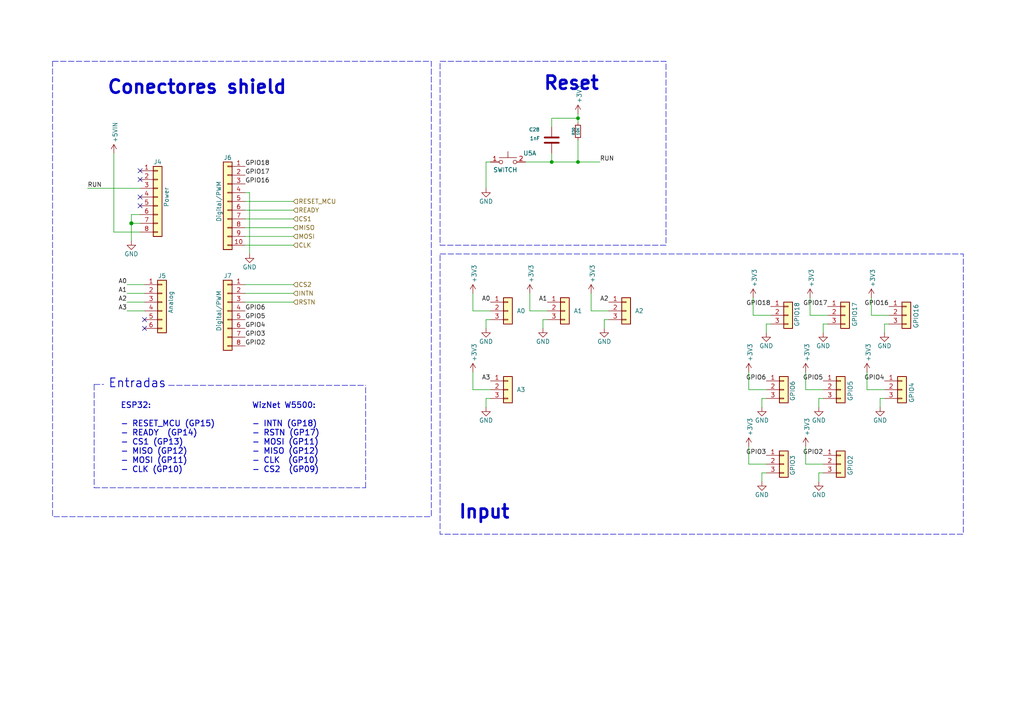
<source format=kicad_sch>
(kicad_sch
	(version 20250114)
	(generator "eeschema")
	(generator_version "9.0")
	(uuid "f31f260a-be74-46cc-bfc0-9a14c7ead343")
	(paper "A4")
	(title_block
		(title "ArchiNET ")
		(date "2025-06-30")
		(rev "2025-06-30")
	)
	(lib_symbols
		(symbol "Connector_Generic:Conn_01x03"
			(pin_names
				(offset 1.016)
				(hide yes)
			)
			(exclude_from_sim no)
			(in_bom yes)
			(on_board yes)
			(property "Reference" "J"
				(at 0 5.08 0)
				(effects
					(font
						(size 1.27 1.27)
					)
				)
			)
			(property "Value" "Conn_01x03"
				(at 0 -5.08 0)
				(effects
					(font
						(size 1.27 1.27)
					)
				)
			)
			(property "Footprint" ""
				(at 0 0 0)
				(effects
					(font
						(size 1.27 1.27)
					)
					(hide yes)
				)
			)
			(property "Datasheet" "~"
				(at 0 0 0)
				(effects
					(font
						(size 1.27 1.27)
					)
					(hide yes)
				)
			)
			(property "Description" "Generic connector, single row, 01x03, script generated (kicad-library-utils/schlib/autogen/connector/)"
				(at 0 0 0)
				(effects
					(font
						(size 1.27 1.27)
					)
					(hide yes)
				)
			)
			(property "ki_keywords" "connector"
				(at 0 0 0)
				(effects
					(font
						(size 1.27 1.27)
					)
					(hide yes)
				)
			)
			(property "ki_fp_filters" "Connector*:*_1x??_*"
				(at 0 0 0)
				(effects
					(font
						(size 1.27 1.27)
					)
					(hide yes)
				)
			)
			(symbol "Conn_01x03_1_1"
				(rectangle
					(start -1.27 3.81)
					(end 1.27 -3.81)
					(stroke
						(width 0.254)
						(type default)
					)
					(fill
						(type background)
					)
				)
				(rectangle
					(start -1.27 2.667)
					(end 0 2.413)
					(stroke
						(width 0.1524)
						(type default)
					)
					(fill
						(type none)
					)
				)
				(rectangle
					(start -1.27 0.127)
					(end 0 -0.127)
					(stroke
						(width 0.1524)
						(type default)
					)
					(fill
						(type none)
					)
				)
				(rectangle
					(start -1.27 -2.413)
					(end 0 -2.667)
					(stroke
						(width 0.1524)
						(type default)
					)
					(fill
						(type none)
					)
				)
				(pin passive line
					(at -5.08 2.54 0)
					(length 3.81)
					(name "Pin_1"
						(effects
							(font
								(size 1.27 1.27)
							)
						)
					)
					(number "1"
						(effects
							(font
								(size 1.27 1.27)
							)
						)
					)
				)
				(pin passive line
					(at -5.08 0 0)
					(length 3.81)
					(name "Pin_2"
						(effects
							(font
								(size 1.27 1.27)
							)
						)
					)
					(number "2"
						(effects
							(font
								(size 1.27 1.27)
							)
						)
					)
				)
				(pin passive line
					(at -5.08 -2.54 0)
					(length 3.81)
					(name "Pin_3"
						(effects
							(font
								(size 1.27 1.27)
							)
						)
					)
					(number "3"
						(effects
							(font
								(size 1.27 1.27)
							)
						)
					)
				)
			)
			(embedded_fonts no)
		)
		(symbol "Connector_Generic:Conn_01x06"
			(pin_names
				(offset 1.016)
				(hide yes)
			)
			(exclude_from_sim no)
			(in_bom yes)
			(on_board yes)
			(property "Reference" "J"
				(at 0 7.62 0)
				(effects
					(font
						(size 1.27 1.27)
					)
				)
			)
			(property "Value" "Conn_01x06"
				(at 0 -10.16 0)
				(effects
					(font
						(size 1.27 1.27)
					)
				)
			)
			(property "Footprint" ""
				(at 0 0 0)
				(effects
					(font
						(size 1.27 1.27)
					)
					(hide yes)
				)
			)
			(property "Datasheet" "~"
				(at 0 0 0)
				(effects
					(font
						(size 1.27 1.27)
					)
					(hide yes)
				)
			)
			(property "Description" "Generic connector, single row, 01x06, script generated (kicad-library-utils/schlib/autogen/connector/)"
				(at 0 0 0)
				(effects
					(font
						(size 1.27 1.27)
					)
					(hide yes)
				)
			)
			(property "ki_keywords" "connector"
				(at 0 0 0)
				(effects
					(font
						(size 1.27 1.27)
					)
					(hide yes)
				)
			)
			(property "ki_fp_filters" "Connector*:*_1x??_*"
				(at 0 0 0)
				(effects
					(font
						(size 1.27 1.27)
					)
					(hide yes)
				)
			)
			(symbol "Conn_01x06_1_1"
				(rectangle
					(start -1.27 6.35)
					(end 1.27 -8.89)
					(stroke
						(width 0.254)
						(type default)
					)
					(fill
						(type background)
					)
				)
				(rectangle
					(start -1.27 5.207)
					(end 0 4.953)
					(stroke
						(width 0.1524)
						(type default)
					)
					(fill
						(type none)
					)
				)
				(rectangle
					(start -1.27 2.667)
					(end 0 2.413)
					(stroke
						(width 0.1524)
						(type default)
					)
					(fill
						(type none)
					)
				)
				(rectangle
					(start -1.27 0.127)
					(end 0 -0.127)
					(stroke
						(width 0.1524)
						(type default)
					)
					(fill
						(type none)
					)
				)
				(rectangle
					(start -1.27 -2.413)
					(end 0 -2.667)
					(stroke
						(width 0.1524)
						(type default)
					)
					(fill
						(type none)
					)
				)
				(rectangle
					(start -1.27 -4.953)
					(end 0 -5.207)
					(stroke
						(width 0.1524)
						(type default)
					)
					(fill
						(type none)
					)
				)
				(rectangle
					(start -1.27 -7.493)
					(end 0 -7.747)
					(stroke
						(width 0.1524)
						(type default)
					)
					(fill
						(type none)
					)
				)
				(pin passive line
					(at -5.08 5.08 0)
					(length 3.81)
					(name "Pin_1"
						(effects
							(font
								(size 1.27 1.27)
							)
						)
					)
					(number "1"
						(effects
							(font
								(size 1.27 1.27)
							)
						)
					)
				)
				(pin passive line
					(at -5.08 2.54 0)
					(length 3.81)
					(name "Pin_2"
						(effects
							(font
								(size 1.27 1.27)
							)
						)
					)
					(number "2"
						(effects
							(font
								(size 1.27 1.27)
							)
						)
					)
				)
				(pin passive line
					(at -5.08 0 0)
					(length 3.81)
					(name "Pin_3"
						(effects
							(font
								(size 1.27 1.27)
							)
						)
					)
					(number "3"
						(effects
							(font
								(size 1.27 1.27)
							)
						)
					)
				)
				(pin passive line
					(at -5.08 -2.54 0)
					(length 3.81)
					(name "Pin_4"
						(effects
							(font
								(size 1.27 1.27)
							)
						)
					)
					(number "4"
						(effects
							(font
								(size 1.27 1.27)
							)
						)
					)
				)
				(pin passive line
					(at -5.08 -5.08 0)
					(length 3.81)
					(name "Pin_5"
						(effects
							(font
								(size 1.27 1.27)
							)
						)
					)
					(number "5"
						(effects
							(font
								(size 1.27 1.27)
							)
						)
					)
				)
				(pin passive line
					(at -5.08 -7.62 0)
					(length 3.81)
					(name "Pin_6"
						(effects
							(font
								(size 1.27 1.27)
							)
						)
					)
					(number "6"
						(effects
							(font
								(size 1.27 1.27)
							)
						)
					)
				)
			)
			(embedded_fonts no)
		)
		(symbol "Connector_Generic:Conn_01x08"
			(pin_names
				(offset 1.016)
				(hide yes)
			)
			(exclude_from_sim no)
			(in_bom yes)
			(on_board yes)
			(property "Reference" "J"
				(at 0 10.16 0)
				(effects
					(font
						(size 1.27 1.27)
					)
				)
			)
			(property "Value" "Conn_01x08"
				(at 0 -12.7 0)
				(effects
					(font
						(size 1.27 1.27)
					)
				)
			)
			(property "Footprint" ""
				(at 0 0 0)
				(effects
					(font
						(size 1.27 1.27)
					)
					(hide yes)
				)
			)
			(property "Datasheet" "~"
				(at 0 0 0)
				(effects
					(font
						(size 1.27 1.27)
					)
					(hide yes)
				)
			)
			(property "Description" "Generic connector, single row, 01x08, script generated (kicad-library-utils/schlib/autogen/connector/)"
				(at 0 0 0)
				(effects
					(font
						(size 1.27 1.27)
					)
					(hide yes)
				)
			)
			(property "ki_keywords" "connector"
				(at 0 0 0)
				(effects
					(font
						(size 1.27 1.27)
					)
					(hide yes)
				)
			)
			(property "ki_fp_filters" "Connector*:*_1x??_*"
				(at 0 0 0)
				(effects
					(font
						(size 1.27 1.27)
					)
					(hide yes)
				)
			)
			(symbol "Conn_01x08_1_1"
				(rectangle
					(start -1.27 8.89)
					(end 1.27 -11.43)
					(stroke
						(width 0.254)
						(type default)
					)
					(fill
						(type background)
					)
				)
				(rectangle
					(start -1.27 7.747)
					(end 0 7.493)
					(stroke
						(width 0.1524)
						(type default)
					)
					(fill
						(type none)
					)
				)
				(rectangle
					(start -1.27 5.207)
					(end 0 4.953)
					(stroke
						(width 0.1524)
						(type default)
					)
					(fill
						(type none)
					)
				)
				(rectangle
					(start -1.27 2.667)
					(end 0 2.413)
					(stroke
						(width 0.1524)
						(type default)
					)
					(fill
						(type none)
					)
				)
				(rectangle
					(start -1.27 0.127)
					(end 0 -0.127)
					(stroke
						(width 0.1524)
						(type default)
					)
					(fill
						(type none)
					)
				)
				(rectangle
					(start -1.27 -2.413)
					(end 0 -2.667)
					(stroke
						(width 0.1524)
						(type default)
					)
					(fill
						(type none)
					)
				)
				(rectangle
					(start -1.27 -4.953)
					(end 0 -5.207)
					(stroke
						(width 0.1524)
						(type default)
					)
					(fill
						(type none)
					)
				)
				(rectangle
					(start -1.27 -7.493)
					(end 0 -7.747)
					(stroke
						(width 0.1524)
						(type default)
					)
					(fill
						(type none)
					)
				)
				(rectangle
					(start -1.27 -10.033)
					(end 0 -10.287)
					(stroke
						(width 0.1524)
						(type default)
					)
					(fill
						(type none)
					)
				)
				(pin passive line
					(at -5.08 7.62 0)
					(length 3.81)
					(name "Pin_1"
						(effects
							(font
								(size 1.27 1.27)
							)
						)
					)
					(number "1"
						(effects
							(font
								(size 1.27 1.27)
							)
						)
					)
				)
				(pin passive line
					(at -5.08 5.08 0)
					(length 3.81)
					(name "Pin_2"
						(effects
							(font
								(size 1.27 1.27)
							)
						)
					)
					(number "2"
						(effects
							(font
								(size 1.27 1.27)
							)
						)
					)
				)
				(pin passive line
					(at -5.08 2.54 0)
					(length 3.81)
					(name "Pin_3"
						(effects
							(font
								(size 1.27 1.27)
							)
						)
					)
					(number "3"
						(effects
							(font
								(size 1.27 1.27)
							)
						)
					)
				)
				(pin passive line
					(at -5.08 0 0)
					(length 3.81)
					(name "Pin_4"
						(effects
							(font
								(size 1.27 1.27)
							)
						)
					)
					(number "4"
						(effects
							(font
								(size 1.27 1.27)
							)
						)
					)
				)
				(pin passive line
					(at -5.08 -2.54 0)
					(length 3.81)
					(name "Pin_5"
						(effects
							(font
								(size 1.27 1.27)
							)
						)
					)
					(number "5"
						(effects
							(font
								(size 1.27 1.27)
							)
						)
					)
				)
				(pin passive line
					(at -5.08 -5.08 0)
					(length 3.81)
					(name "Pin_6"
						(effects
							(font
								(size 1.27 1.27)
							)
						)
					)
					(number "6"
						(effects
							(font
								(size 1.27 1.27)
							)
						)
					)
				)
				(pin passive line
					(at -5.08 -7.62 0)
					(length 3.81)
					(name "Pin_7"
						(effects
							(font
								(size 1.27 1.27)
							)
						)
					)
					(number "7"
						(effects
							(font
								(size 1.27 1.27)
							)
						)
					)
				)
				(pin passive line
					(at -5.08 -10.16 0)
					(length 3.81)
					(name "Pin_8"
						(effects
							(font
								(size 1.27 1.27)
							)
						)
					)
					(number "8"
						(effects
							(font
								(size 1.27 1.27)
							)
						)
					)
				)
			)
			(embedded_fonts no)
		)
		(symbol "Connector_Generic:Conn_01x10"
			(pin_names
				(offset 1.016)
				(hide yes)
			)
			(exclude_from_sim no)
			(in_bom yes)
			(on_board yes)
			(property "Reference" "J"
				(at 0 12.7 0)
				(effects
					(font
						(size 1.27 1.27)
					)
				)
			)
			(property "Value" "Conn_01x10"
				(at 0 -15.24 0)
				(effects
					(font
						(size 1.27 1.27)
					)
				)
			)
			(property "Footprint" ""
				(at 0 0 0)
				(effects
					(font
						(size 1.27 1.27)
					)
					(hide yes)
				)
			)
			(property "Datasheet" "~"
				(at 0 0 0)
				(effects
					(font
						(size 1.27 1.27)
					)
					(hide yes)
				)
			)
			(property "Description" "Generic connector, single row, 01x10, script generated (kicad-library-utils/schlib/autogen/connector/)"
				(at 0 0 0)
				(effects
					(font
						(size 1.27 1.27)
					)
					(hide yes)
				)
			)
			(property "ki_keywords" "connector"
				(at 0 0 0)
				(effects
					(font
						(size 1.27 1.27)
					)
					(hide yes)
				)
			)
			(property "ki_fp_filters" "Connector*:*_1x??_*"
				(at 0 0 0)
				(effects
					(font
						(size 1.27 1.27)
					)
					(hide yes)
				)
			)
			(symbol "Conn_01x10_1_1"
				(rectangle
					(start -1.27 11.43)
					(end 1.27 -13.97)
					(stroke
						(width 0.254)
						(type default)
					)
					(fill
						(type background)
					)
				)
				(rectangle
					(start -1.27 10.287)
					(end 0 10.033)
					(stroke
						(width 0.1524)
						(type default)
					)
					(fill
						(type none)
					)
				)
				(rectangle
					(start -1.27 7.747)
					(end 0 7.493)
					(stroke
						(width 0.1524)
						(type default)
					)
					(fill
						(type none)
					)
				)
				(rectangle
					(start -1.27 5.207)
					(end 0 4.953)
					(stroke
						(width 0.1524)
						(type default)
					)
					(fill
						(type none)
					)
				)
				(rectangle
					(start -1.27 2.667)
					(end 0 2.413)
					(stroke
						(width 0.1524)
						(type default)
					)
					(fill
						(type none)
					)
				)
				(rectangle
					(start -1.27 0.127)
					(end 0 -0.127)
					(stroke
						(width 0.1524)
						(type default)
					)
					(fill
						(type none)
					)
				)
				(rectangle
					(start -1.27 -2.413)
					(end 0 -2.667)
					(stroke
						(width 0.1524)
						(type default)
					)
					(fill
						(type none)
					)
				)
				(rectangle
					(start -1.27 -4.953)
					(end 0 -5.207)
					(stroke
						(width 0.1524)
						(type default)
					)
					(fill
						(type none)
					)
				)
				(rectangle
					(start -1.27 -7.493)
					(end 0 -7.747)
					(stroke
						(width 0.1524)
						(type default)
					)
					(fill
						(type none)
					)
				)
				(rectangle
					(start -1.27 -10.033)
					(end 0 -10.287)
					(stroke
						(width 0.1524)
						(type default)
					)
					(fill
						(type none)
					)
				)
				(rectangle
					(start -1.27 -12.573)
					(end 0 -12.827)
					(stroke
						(width 0.1524)
						(type default)
					)
					(fill
						(type none)
					)
				)
				(pin passive line
					(at -5.08 10.16 0)
					(length 3.81)
					(name "Pin_1"
						(effects
							(font
								(size 1.27 1.27)
							)
						)
					)
					(number "1"
						(effects
							(font
								(size 1.27 1.27)
							)
						)
					)
				)
				(pin passive line
					(at -5.08 7.62 0)
					(length 3.81)
					(name "Pin_2"
						(effects
							(font
								(size 1.27 1.27)
							)
						)
					)
					(number "2"
						(effects
							(font
								(size 1.27 1.27)
							)
						)
					)
				)
				(pin passive line
					(at -5.08 5.08 0)
					(length 3.81)
					(name "Pin_3"
						(effects
							(font
								(size 1.27 1.27)
							)
						)
					)
					(number "3"
						(effects
							(font
								(size 1.27 1.27)
							)
						)
					)
				)
				(pin passive line
					(at -5.08 2.54 0)
					(length 3.81)
					(name "Pin_4"
						(effects
							(font
								(size 1.27 1.27)
							)
						)
					)
					(number "4"
						(effects
							(font
								(size 1.27 1.27)
							)
						)
					)
				)
				(pin passive line
					(at -5.08 0 0)
					(length 3.81)
					(name "Pin_5"
						(effects
							(font
								(size 1.27 1.27)
							)
						)
					)
					(number "5"
						(effects
							(font
								(size 1.27 1.27)
							)
						)
					)
				)
				(pin passive line
					(at -5.08 -2.54 0)
					(length 3.81)
					(name "Pin_6"
						(effects
							(font
								(size 1.27 1.27)
							)
						)
					)
					(number "6"
						(effects
							(font
								(size 1.27 1.27)
							)
						)
					)
				)
				(pin passive line
					(at -5.08 -5.08 0)
					(length 3.81)
					(name "Pin_7"
						(effects
							(font
								(size 1.27 1.27)
							)
						)
					)
					(number "7"
						(effects
							(font
								(size 1.27 1.27)
							)
						)
					)
				)
				(pin passive line
					(at -5.08 -7.62 0)
					(length 3.81)
					(name "Pin_8"
						(effects
							(font
								(size 1.27 1.27)
							)
						)
					)
					(number "8"
						(effects
							(font
								(size 1.27 1.27)
							)
						)
					)
				)
				(pin passive line
					(at -5.08 -10.16 0)
					(length 3.81)
					(name "Pin_9"
						(effects
							(font
								(size 1.27 1.27)
							)
						)
					)
					(number "9"
						(effects
							(font
								(size 1.27 1.27)
							)
						)
					)
				)
				(pin passive line
					(at -5.08 -12.7 0)
					(length 3.81)
					(name "Pin_10"
						(effects
							(font
								(size 1.27 1.27)
							)
						)
					)
					(number "10"
						(effects
							(font
								(size 1.27 1.27)
							)
						)
					)
				)
			)
			(embedded_fonts no)
		)
		(symbol "Device:C"
			(pin_numbers
				(hide yes)
			)
			(pin_names
				(offset 0.254)
			)
			(exclude_from_sim no)
			(in_bom yes)
			(on_board yes)
			(property "Reference" "C"
				(at 0.635 2.54 0)
				(effects
					(font
						(size 1.27 1.27)
					)
					(justify left)
				)
			)
			(property "Value" "C"
				(at 0.635 -2.54 0)
				(effects
					(font
						(size 1.27 1.27)
					)
					(justify left)
				)
			)
			(property "Footprint" ""
				(at 0.9652 -3.81 0)
				(effects
					(font
						(size 1.27 1.27)
					)
					(hide yes)
				)
			)
			(property "Datasheet" "~"
				(at 0 0 0)
				(effects
					(font
						(size 1.27 1.27)
					)
					(hide yes)
				)
			)
			(property "Description" "Unpolarized capacitor"
				(at 0 0 0)
				(effects
					(font
						(size 1.27 1.27)
					)
					(hide yes)
				)
			)
			(property "ki_keywords" "cap capacitor"
				(at 0 0 0)
				(effects
					(font
						(size 1.27 1.27)
					)
					(hide yes)
				)
			)
			(property "ki_fp_filters" "C_*"
				(at 0 0 0)
				(effects
					(font
						(size 1.27 1.27)
					)
					(hide yes)
				)
			)
			(symbol "C_0_1"
				(polyline
					(pts
						(xy -2.032 0.762) (xy 2.032 0.762)
					)
					(stroke
						(width 0.508)
						(type default)
					)
					(fill
						(type none)
					)
				)
				(polyline
					(pts
						(xy -2.032 -0.762) (xy 2.032 -0.762)
					)
					(stroke
						(width 0.508)
						(type default)
					)
					(fill
						(type none)
					)
				)
			)
			(symbol "C_1_1"
				(pin passive line
					(at 0 3.81 270)
					(length 2.794)
					(name "~"
						(effects
							(font
								(size 1.27 1.27)
							)
						)
					)
					(number "1"
						(effects
							(font
								(size 1.27 1.27)
							)
						)
					)
				)
				(pin passive line
					(at 0 -3.81 90)
					(length 2.794)
					(name "~"
						(effects
							(font
								(size 1.27 1.27)
							)
						)
					)
					(number "2"
						(effects
							(font
								(size 1.27 1.27)
							)
						)
					)
				)
			)
			(embedded_fonts no)
		)
		(symbol "R_Small_1"
			(pin_numbers
				(hide yes)
			)
			(pin_names
				(offset 0.254)
				(hide yes)
			)
			(exclude_from_sim no)
			(in_bom yes)
			(on_board yes)
			(property "Reference" "R"
				(at 0 0 90)
				(effects
					(font
						(size 1.016 1.016)
					)
				)
			)
			(property "Value" "R_Small"
				(at 1.778 0 90)
				(effects
					(font
						(size 1.27 1.27)
					)
				)
			)
			(property "Footprint" ""
				(at 0 0 0)
				(effects
					(font
						(size 1.27 1.27)
					)
					(hide yes)
				)
			)
			(property "Datasheet" "~"
				(at 0 0 0)
				(effects
					(font
						(size 1.27 1.27)
					)
					(hide yes)
				)
			)
			(property "Description" "Resistor, small symbol"
				(at 0 0 0)
				(effects
					(font
						(size 1.27 1.27)
					)
					(hide yes)
				)
			)
			(property "ki_keywords" "R resistor"
				(at 0 0 0)
				(effects
					(font
						(size 1.27 1.27)
					)
					(hide yes)
				)
			)
			(property "ki_fp_filters" "R_*"
				(at 0 0 0)
				(effects
					(font
						(size 1.27 1.27)
					)
					(hide yes)
				)
			)
			(symbol "R_Small_1_0_1"
				(rectangle
					(start -0.762 1.778)
					(end 0.762 -1.778)
					(stroke
						(width 0.2032)
						(type default)
					)
					(fill
						(type none)
					)
				)
			)
			(symbol "R_Small_1_1_1"
				(pin passive line
					(at 0 2.54 270)
					(length 0.762)
					(name "~"
						(effects
							(font
								(size 1.27 1.27)
							)
						)
					)
					(number "1"
						(effects
							(font
								(size 1.27 1.27)
							)
						)
					)
				)
				(pin passive line
					(at 0 -2.54 90)
					(length 0.762)
					(name "~"
						(effects
							(font
								(size 1.27 1.27)
							)
						)
					)
					(number "2"
						(effects
							(font
								(size 1.27 1.27)
							)
						)
					)
				)
			)
			(embedded_fonts no)
		)
		(symbol "Switch:SW_Push_Dual_x2"
			(pin_names
				(offset 1.016)
				(hide yes)
			)
			(exclude_from_sim no)
			(in_bom yes)
			(on_board yes)
			(property "Reference" "SW"
				(at 1.27 2.54 0)
				(effects
					(font
						(size 1.27 1.27)
					)
					(justify left)
				)
			)
			(property "Value" "SW_Push_Dual_x2"
				(at 0 -1.524 0)
				(effects
					(font
						(size 1.27 1.27)
					)
				)
			)
			(property "Footprint" ""
				(at 0 5.08 0)
				(effects
					(font
						(size 1.27 1.27)
					)
					(hide yes)
				)
			)
			(property "Datasheet" "~"
				(at 0 5.08 0)
				(effects
					(font
						(size 1.27 1.27)
					)
					(hide yes)
				)
			)
			(property "Description" "Push button switch, generic, separate symbols, four pins"
				(at 0 0 0)
				(effects
					(font
						(size 1.27 1.27)
					)
					(hide yes)
				)
			)
			(property "ki_keywords" "switch normally-open pushbutton push-button"
				(at 0 0 0)
				(effects
					(font
						(size 1.27 1.27)
					)
					(hide yes)
				)
			)
			(symbol "SW_Push_Dual_x2_0_1"
				(circle
					(center -2.032 0)
					(radius 0.508)
					(stroke
						(width 0)
						(type default)
					)
					(fill
						(type none)
					)
				)
				(polyline
					(pts
						(xy 0 1.27) (xy 0 3.048)
					)
					(stroke
						(width 0)
						(type default)
					)
					(fill
						(type none)
					)
				)
				(circle
					(center 2.032 0)
					(radius 0.508)
					(stroke
						(width 0)
						(type default)
					)
					(fill
						(type none)
					)
				)
				(polyline
					(pts
						(xy 2.54 1.27) (xy -2.54 1.27)
					)
					(stroke
						(width 0)
						(type default)
					)
					(fill
						(type none)
					)
				)
			)
			(symbol "SW_Push_Dual_x2_1_1"
				(pin passive line
					(at -5.08 0 0)
					(length 2.54)
					(name "C"
						(effects
							(font
								(size 1.27 1.27)
							)
						)
					)
					(number "1"
						(effects
							(font
								(size 1.27 1.27)
							)
						)
					)
				)
				(pin passive line
					(at 5.08 0 180)
					(length 2.54)
					(name "D"
						(effects
							(font
								(size 1.27 1.27)
							)
						)
					)
					(number "2"
						(effects
							(font
								(size 1.27 1.27)
							)
						)
					)
				)
			)
			(symbol "SW_Push_Dual_x2_2_1"
				(pin passive line
					(at -5.08 0 0)
					(length 2.54)
					(name "C"
						(effects
							(font
								(size 1.27 1.27)
							)
						)
					)
					(number "3"
						(effects
							(font
								(size 1.27 1.27)
							)
						)
					)
				)
				(pin passive line
					(at 5.08 0 180)
					(length 2.54)
					(name "D"
						(effects
							(font
								(size 1.27 1.27)
							)
						)
					)
					(number "4"
						(effects
							(font
								(size 1.27 1.27)
							)
						)
					)
				)
			)
			(embedded_fonts no)
		)
		(symbol "power:+3V3"
			(power)
			(pin_names
				(offset 0)
			)
			(exclude_from_sim no)
			(in_bom yes)
			(on_board yes)
			(property "Reference" "#PWR"
				(at 0 -3.81 0)
				(effects
					(font
						(size 1.27 1.27)
					)
					(hide yes)
				)
			)
			(property "Value" "+3V3"
				(at 0 3.556 0)
				(effects
					(font
						(size 1.27 1.27)
					)
				)
			)
			(property "Footprint" ""
				(at 0 0 0)
				(effects
					(font
						(size 1.27 1.27)
					)
					(hide yes)
				)
			)
			(property "Datasheet" ""
				(at 0 0 0)
				(effects
					(font
						(size 1.27 1.27)
					)
					(hide yes)
				)
			)
			(property "Description" "Power symbol creates a global label with name \"+3V3\""
				(at 0 0 0)
				(effects
					(font
						(size 1.27 1.27)
					)
					(hide yes)
				)
			)
			(property "ki_keywords" "power-flag"
				(at 0 0 0)
				(effects
					(font
						(size 1.27 1.27)
					)
					(hide yes)
				)
			)
			(symbol "+3V3_0_1"
				(polyline
					(pts
						(xy -0.762 1.27) (xy 0 2.54)
					)
					(stroke
						(width 0)
						(type default)
					)
					(fill
						(type none)
					)
				)
				(polyline
					(pts
						(xy 0 2.54) (xy 0.762 1.27)
					)
					(stroke
						(width 0)
						(type default)
					)
					(fill
						(type none)
					)
				)
				(polyline
					(pts
						(xy 0 0) (xy 0 2.54)
					)
					(stroke
						(width 0)
						(type default)
					)
					(fill
						(type none)
					)
				)
			)
			(symbol "+3V3_1_1"
				(pin power_in line
					(at 0 0 90)
					(length 0)
					(hide yes)
					(name "+3V3"
						(effects
							(font
								(size 1.27 1.27)
							)
						)
					)
					(number "1"
						(effects
							(font
								(size 1.27 1.27)
							)
						)
					)
				)
			)
			(embedded_fonts no)
		)
		(symbol "power:GND"
			(power)
			(pin_names
				(offset 0)
			)
			(exclude_from_sim no)
			(in_bom yes)
			(on_board yes)
			(property "Reference" "#PWR"
				(at 0 -6.35 0)
				(effects
					(font
						(size 1.27 1.27)
					)
					(hide yes)
				)
			)
			(property "Value" "GND"
				(at 0 -3.81 0)
				(effects
					(font
						(size 1.27 1.27)
					)
				)
			)
			(property "Footprint" ""
				(at 0 0 0)
				(effects
					(font
						(size 1.27 1.27)
					)
					(hide yes)
				)
			)
			(property "Datasheet" ""
				(at 0 0 0)
				(effects
					(font
						(size 1.27 1.27)
					)
					(hide yes)
				)
			)
			(property "Description" "Power symbol creates a global label with name \"GND\" , ground"
				(at 0 0 0)
				(effects
					(font
						(size 1.27 1.27)
					)
					(hide yes)
				)
			)
			(property "ki_keywords" "power-flag"
				(at 0 0 0)
				(effects
					(font
						(size 1.27 1.27)
					)
					(hide yes)
				)
			)
			(symbol "GND_0_1"
				(polyline
					(pts
						(xy 0 0) (xy 0 -1.27) (xy 1.27 -1.27) (xy 0 -2.54) (xy -1.27 -1.27) (xy 0 -1.27)
					)
					(stroke
						(width 0)
						(type default)
					)
					(fill
						(type none)
					)
				)
			)
			(symbol "GND_1_1"
				(pin power_in line
					(at 0 0 270)
					(length 0)
					(hide yes)
					(name "GND"
						(effects
							(font
								(size 1.27 1.27)
							)
						)
					)
					(number "1"
						(effects
							(font
								(size 1.27 1.27)
							)
						)
					)
				)
			)
			(embedded_fonts no)
		)
		(symbol "power:VCC"
			(power)
			(pin_names
				(offset 0)
			)
			(exclude_from_sim no)
			(in_bom yes)
			(on_board yes)
			(property "Reference" "#PWR"
				(at 0 -3.81 0)
				(effects
					(font
						(size 1.27 1.27)
					)
					(hide yes)
				)
			)
			(property "Value" "VCC"
				(at 0 3.81 0)
				(effects
					(font
						(size 1.27 1.27)
					)
				)
			)
			(property "Footprint" ""
				(at 0 0 0)
				(effects
					(font
						(size 1.27 1.27)
					)
					(hide yes)
				)
			)
			(property "Datasheet" ""
				(at 0 0 0)
				(effects
					(font
						(size 1.27 1.27)
					)
					(hide yes)
				)
			)
			(property "Description" "Power symbol creates a global label with name \"VCC\""
				(at 0 0 0)
				(effects
					(font
						(size 1.27 1.27)
					)
					(hide yes)
				)
			)
			(property "ki_keywords" "power-flag"
				(at 0 0 0)
				(effects
					(font
						(size 1.27 1.27)
					)
					(hide yes)
				)
			)
			(symbol "VCC_0_1"
				(polyline
					(pts
						(xy -0.762 1.27) (xy 0 2.54)
					)
					(stroke
						(width 0)
						(type default)
					)
					(fill
						(type none)
					)
				)
				(polyline
					(pts
						(xy 0 2.54) (xy 0.762 1.27)
					)
					(stroke
						(width 0)
						(type default)
					)
					(fill
						(type none)
					)
				)
				(polyline
					(pts
						(xy 0 0) (xy 0 2.54)
					)
					(stroke
						(width 0)
						(type default)
					)
					(fill
						(type none)
					)
				)
			)
			(symbol "VCC_1_1"
				(pin power_in line
					(at 0 0 90)
					(length 0)
					(hide yes)
					(name "VCC"
						(effects
							(font
								(size 1.27 1.27)
							)
						)
					)
					(number "1"
						(effects
							(font
								(size 1.27 1.27)
							)
						)
					)
				)
			)
			(embedded_fonts no)
		)
	)
	(rectangle
		(start 15.24 17.78)
		(end 125.095 149.86)
		(stroke
			(width 0)
			(type dash)
		)
		(fill
			(type none)
		)
		(uuid 0330a024-3e3e-4c16-9a23-5f9a33d667f1)
	)
	(rectangle
		(start 127.635 17.78)
		(end 193.167 71.12)
		(stroke
			(width 0)
			(type dash)
		)
		(fill
			(type none)
		)
		(uuid 7e7e3001-3599-4f20-b570-91bd5af8f1b0)
	)
	(rectangle
		(start 127.635 73.66)
		(end 279.4 154.94)
		(stroke
			(width 0)
			(type dash)
		)
		(fill
			(type none)
		)
		(uuid c0df33a7-ff0d-4a38-87b6-821dffbde337)
	)
	(text "WizNet W5500:\n\n- INTN (GP18)\n- RSTN (GP17)\n- MOSI (GP11)\n- MISO (GP12)\n- CLK  (GP10)\n- CS2  (GP09)"
		(exclude_from_sim no)
		(at 73.025 127 0)
		(effects
			(font
				(size 1.651 1.651)
				(thickness 0.254)
				(bold yes)
			)
			(justify left)
		)
		(uuid "20ff8d99-164b-47b4-9f0a-76e5cf413908")
	)
	(text "Reset"
		(exclude_from_sim no)
		(at 165.735 24.257 0)
		(effects
			(font
				(size 3.81 3.81)
				(thickness 0.762)
				(bold yes)
			)
		)
		(uuid "57930c7a-9c6d-4bc4-b0c0-543b66957bff")
	)
	(text "ESP32:\n\n- RESET_MCU (GP15) \n- READY  (GP14)\n- CS1 (GP13)\n- MISO (GP12)\n- MOSI (GP11)\n- CLK (GP10)"
		(exclude_from_sim no)
		(at 34.925 127 0)
		(effects
			(font
				(size 1.651 1.651)
				(thickness 0.254)
				(bold yes)
			)
			(justify left)
		)
		(uuid "7c5d3578-4944-4f3d-ba63-c17a3c26dcb5")
	)
	(text "Input\n"
		(exclude_from_sim no)
		(at 140.462 148.59 0)
		(effects
			(font
				(size 3.81 3.81)
				(thickness 0.762)
				(bold yes)
			)
		)
		(uuid "8e168825-6119-4af8-b392-e88d92e8c16f")
	)
	(text "Entradas"
		(exclude_from_sim no)
		(at 31.369 111.252 0)
		(effects
			(font
				(size 2.54 2.54)
				(thickness 0.254)
				(bold yes)
			)
			(justify left)
		)
		(uuid "b4bb74e1-0992-491f-b95b-c3f9c74e9404")
	)
	(text "Conectores shield"
		(exclude_from_sim no)
		(at 57.15 25.4 0)
		(effects
			(font
				(size 3.81 3.81)
				(thickness 0.762)
				(bold yes)
			)
		)
		(uuid "c2d17ff2-8449-48e4-81e8-e0d4077967a4")
	)
	(junction
		(at 167.64 46.99)
		(diameter 0)
		(color 0 0 0 0)
		(uuid "1502de46-0586-4e13-bbcb-6bed5b26d0e0")
	)
	(junction
		(at 160.02 46.99)
		(diameter 0)
		(color 0 0 0 0)
		(uuid "295b35e2-1e00-4a3d-bdb7-b32c917020e6")
	)
	(junction
		(at 38.1 64.77)
		(diameter 1.016)
		(color 0 0 0 0)
		(uuid "4b51c007-cca6-4c64-8317-a48d81410612")
	)
	(junction
		(at 167.64 34.29)
		(diameter 0)
		(color 0 0 0 0)
		(uuid "6edeef18-c55d-4b18-aa78-4ce1bce4e99e")
	)
	(no_connect
		(at 40.64 57.15)
		(uuid "3732d08b-5a94-4e02-9e96-6ab7aaeaa8ea")
	)
	(no_connect
		(at 40.64 59.69)
		(uuid "5c7f5ba0-9239-4904-b120-909ca9417a64")
	)
	(no_connect
		(at 41.91 92.71)
		(uuid "71f6e3fc-d6e4-4d3b-af74-a5c1dcd89fc3")
	)
	(no_connect
		(at 40.64 49.53)
		(uuid "88ebb736-7013-4c65-9688-2bebbcdcca4b")
	)
	(no_connect
		(at 40.64 52.07)
		(uuid "d673b85b-7094-42e2-95b4-f46a93e6cb3d")
	)
	(no_connect
		(at 41.91 95.25)
		(uuid "faf4932f-1613-4950-bdad-75448d9e4348")
	)
	(wire
		(pts
			(xy 222.25 93.98) (xy 222.25 96.52)
		)
		(stroke
			(width 0)
			(type default)
		)
		(uuid "087535fd-3354-413e-9464-b3c931b21dd2")
	)
	(wire
		(pts
			(xy 217.17 134.62) (xy 217.17 129.54)
		)
		(stroke
			(width 0)
			(type default)
		)
		(uuid "0c5a7296-b09c-4872-8055-f60b17a8b301")
	)
	(wire
		(pts
			(xy 251.46 113.03) (xy 251.46 107.95)
		)
		(stroke
			(width 0)
			(type default)
		)
		(uuid "103751a9-3a8c-493e-8161-3db8567c589e")
	)
	(wire
		(pts
			(xy 40.64 62.23) (xy 38.1 62.23)
		)
		(stroke
			(width 0)
			(type solid)
		)
		(uuid "103db91b-db44-4f53-99ef-0246b7e499c5")
	)
	(wire
		(pts
			(xy 160.02 46.99) (xy 167.64 46.99)
		)
		(stroke
			(width 0)
			(type default)
		)
		(uuid "12ffb610-908f-421b-9e66-589b65865b32")
	)
	(wire
		(pts
			(xy 240.03 93.98) (xy 238.76 93.98)
		)
		(stroke
			(width 0)
			(type default)
		)
		(uuid "14816d2d-0d2a-4261-a2bb-a91699140ba4")
	)
	(wire
		(pts
			(xy 171.45 90.17) (xy 171.45 85.09)
		)
		(stroke
			(width 0)
			(type default)
		)
		(uuid "18108f22-c1b0-4d20-ae4b-89b9584b4eb6")
	)
	(wire
		(pts
			(xy 257.81 93.98) (xy 256.54 93.98)
		)
		(stroke
			(width 0)
			(type default)
		)
		(uuid "19442d82-0281-406c-88ef-bc1ba837088f")
	)
	(wire
		(pts
			(xy 71.12 85.09) (xy 85.09 85.09)
		)
		(stroke
			(width 0)
			(type solid)
		)
		(uuid "1af79fb0-01b7-4093-b711-429af6513803")
	)
	(wire
		(pts
			(xy 36.83 87.63) (xy 41.91 87.63)
		)
		(stroke
			(width 0)
			(type default)
		)
		(uuid "1e4a1294-a9d4-4700-a186-db8048976896")
	)
	(wire
		(pts
			(xy 137.16 113.03) (xy 137.16 107.95)
		)
		(stroke
			(width 0)
			(type default)
		)
		(uuid "1e924b7a-23f1-4f9a-a9a8-744f3fdd66cd")
	)
	(wire
		(pts
			(xy 36.83 90.17) (xy 41.91 90.17)
		)
		(stroke
			(width 0)
			(type default)
		)
		(uuid "201ffb33-08cc-4c18-97c5-1396398fcccf")
	)
	(wire
		(pts
			(xy 167.64 46.99) (xy 173.99 46.99)
		)
		(stroke
			(width 0)
			(type default)
		)
		(uuid "22c8be4b-a532-4fc4-ad18-7418e0991cf8")
	)
	(wire
		(pts
			(xy 256.54 93.98) (xy 256.54 96.52)
		)
		(stroke
			(width 0)
			(type default)
		)
		(uuid "25382a6c-c91a-4bc3-bf39-b9ad755bbe26")
	)
	(wire
		(pts
			(xy 38.1 62.23) (xy 38.1 64.77)
		)
		(stroke
			(width 0)
			(type solid)
		)
		(uuid "2b812245-21fa-4a03-9ce7-a5aec3637fed")
	)
	(wire
		(pts
			(xy 140.97 115.57) (xy 140.97 118.11)
		)
		(stroke
			(width 0)
			(type default)
		)
		(uuid "328fc3e4-6c92-4ff5-9e00-a36745fe8637")
	)
	(wire
		(pts
			(xy 176.53 90.17) (xy 171.45 90.17)
		)
		(stroke
			(width 0)
			(type default)
		)
		(uuid "3928a1a4-f3e4-4593-bfa4-774b84db11a1")
	)
	(wire
		(pts
			(xy 252.73 91.44) (xy 252.73 86.36)
		)
		(stroke
			(width 0)
			(type default)
		)
		(uuid "3e4082e9-3f4c-4c8c-a841-88eec8e5772e")
	)
	(wire
		(pts
			(xy 137.16 90.17) (xy 137.16 85.09)
		)
		(stroke
			(width 0)
			(type default)
		)
		(uuid "422337d4-a5ae-4104-b4b7-d1c2dd0d3083")
	)
	(wire
		(pts
			(xy 38.1 64.77) (xy 38.1 69.85)
		)
		(stroke
			(width 0)
			(type solid)
		)
		(uuid "42b48bc0-2462-4976-b027-18f93d58e9e3")
	)
	(polyline
		(pts
			(xy 27.305 111.506) (xy 30.099 111.506)
		)
		(stroke
			(width 0.1524)
			(type dash)
		)
		(uuid "44d2a4bf-9342-4b10-8e32-cf8089a45e83")
	)
	(wire
		(pts
			(xy 167.64 46.99) (xy 167.64 40.64)
		)
		(stroke
			(width 0)
			(type default)
		)
		(uuid "45c9b8b4-f334-40b8-8591-229fd3941b89")
	)
	(polyline
		(pts
			(xy 27.305 141.478) (xy 106.045 141.478)
		)
		(stroke
			(width 0.1524)
			(type dash)
		)
		(uuid "4634abbb-0c0d-4a9c-a1aa-aa3c33e3e379")
	)
	(wire
		(pts
			(xy 222.25 113.03) (xy 217.17 113.03)
		)
		(stroke
			(width 0)
			(type default)
		)
		(uuid "4696f6f8-245d-4774-b44e-f0f9a93dcf17")
	)
	(wire
		(pts
			(xy 36.83 85.09) (xy 41.91 85.09)
		)
		(stroke
			(width 0)
			(type default)
		)
		(uuid "4a3bbc17-8a76-4d77-a51c-56627dccb27a")
	)
	(wire
		(pts
			(xy 71.12 58.42) (xy 85.09 58.42)
		)
		(stroke
			(width 0)
			(type solid)
		)
		(uuid "4ad46b23-dff7-4f0e-a9cb-bded3866dea3")
	)
	(wire
		(pts
			(xy 223.52 93.98) (xy 222.25 93.98)
		)
		(stroke
			(width 0)
			(type default)
		)
		(uuid "4fb44a7d-d2ce-420f-b53e-140ef1391c02")
	)
	(wire
		(pts
			(xy 238.76 93.98) (xy 238.76 96.52)
		)
		(stroke
			(width 0)
			(type default)
		)
		(uuid "501bf1ed-6800-4fa1-8ab2-b603478bdfcf")
	)
	(wire
		(pts
			(xy 140.97 54.61) (xy 140.97 46.99)
		)
		(stroke
			(width 0)
			(type default)
		)
		(uuid "5621c4db-8e63-4985-965f-03bbc771786f")
	)
	(wire
		(pts
			(xy 240.03 91.44) (xy 234.95 91.44)
		)
		(stroke
			(width 0)
			(type default)
		)
		(uuid "57478b8c-dc35-4280-a16d-47799b0b1a3d")
	)
	(wire
		(pts
			(xy 237.49 137.16) (xy 237.49 139.7)
		)
		(stroke
			(width 0)
			(type default)
		)
		(uuid "575d070b-1c6d-4fc7-830e-861af6f60b34")
	)
	(wire
		(pts
			(xy 220.98 137.16) (xy 220.98 139.7)
		)
		(stroke
			(width 0)
			(type default)
		)
		(uuid "598055e8-d879-4b87-9220-1f867fbfe40d")
	)
	(wire
		(pts
			(xy 158.75 92.71) (xy 157.48 92.71)
		)
		(stroke
			(width 0)
			(type default)
		)
		(uuid "5d432148-7a5d-460c-ab57-71431ddc3396")
	)
	(wire
		(pts
			(xy 255.27 115.57) (xy 255.27 118.11)
		)
		(stroke
			(width 0)
			(type default)
		)
		(uuid "5ea5233e-3cec-47ff-820e-eeb63de53a43")
	)
	(wire
		(pts
			(xy 237.49 115.57) (xy 237.49 118.11)
		)
		(stroke
			(width 0)
			(type default)
		)
		(uuid "615ac03c-2f9e-43b8-82f7-ae48af358eb2")
	)
	(wire
		(pts
			(xy 158.75 90.17) (xy 153.67 90.17)
		)
		(stroke
			(width 0)
			(type default)
		)
		(uuid "622b7e54-adaa-4db5-96f3-2ede5e793588")
	)
	(wire
		(pts
			(xy 222.25 134.62) (xy 217.17 134.62)
		)
		(stroke
			(width 0)
			(type default)
		)
		(uuid "63e1c36d-98fc-4a6e-90ff-6876d3ba4c94")
	)
	(polyline
		(pts
			(xy 27.305 111.506) (xy 27.305 141.478)
		)
		(stroke
			(width 0.1524)
			(type dash)
		)
		(uuid "681583fe-9e18-4d0a-aa6c-7cb2b492919c")
	)
	(wire
		(pts
			(xy 142.24 113.03) (xy 137.16 113.03)
		)
		(stroke
			(width 0)
			(type default)
		)
		(uuid "6c6e43e5-86c7-4613-91f4-db8169fe3575")
	)
	(wire
		(pts
			(xy 234.95 91.44) (xy 234.95 86.36)
		)
		(stroke
			(width 0)
			(type default)
		)
		(uuid "6db03b14-a55b-4e58-b5d8-387f7f69c59a")
	)
	(polyline
		(pts
			(xy 48.895 111.76) (xy 106.045 111.76)
		)
		(stroke
			(width 0.1524)
			(type dash)
		)
		(uuid "6ddf7948-8d67-41bc-af0c-0f5499ba3ec7")
	)
	(wire
		(pts
			(xy 72.39 55.88) (xy 72.39 73.66)
		)
		(stroke
			(width 0)
			(type solid)
		)
		(uuid "6dfcd203-7b0c-4b4e-8a28-fcf1e2832bfb")
	)
	(wire
		(pts
			(xy 218.44 91.44) (xy 218.44 86.36)
		)
		(stroke
			(width 0)
			(type default)
		)
		(uuid "6f742ad2-a60e-4613-80e2-845ef6696c7f")
	)
	(wire
		(pts
			(xy 71.12 82.55) (xy 85.09 82.55)
		)
		(stroke
			(width 0)
			(type solid)
		)
		(uuid "7632fc87-d429-49d7-9f96-589f56fb2418")
	)
	(wire
		(pts
			(xy 40.64 64.77) (xy 38.1 64.77)
		)
		(stroke
			(width 0)
			(type solid)
		)
		(uuid "77a50faf-a980-4a08-9906-fb556c4cc283")
	)
	(wire
		(pts
			(xy 71.12 66.04) (xy 85.09 66.04)
		)
		(stroke
			(width 0)
			(type solid)
		)
		(uuid "7b4a1c3b-ca48-41c0-8a55-ba6c1ad9c707")
	)
	(wire
		(pts
			(xy 71.12 87.63) (xy 85.09 87.63)
		)
		(stroke
			(width 0)
			(type solid)
		)
		(uuid "7eb00a01-1cd1-4741-9b2b-19de4f95c319")
	)
	(wire
		(pts
			(xy 176.53 92.71) (xy 175.26 92.71)
		)
		(stroke
			(width 0)
			(type default)
		)
		(uuid "807ada68-9c7a-4ac3-bb7b-1e78594c1dfb")
	)
	(wire
		(pts
			(xy 71.12 71.12) (xy 85.09 71.12)
		)
		(stroke
			(width 0)
			(type solid)
		)
		(uuid "82f6d7ad-b395-4695-a291-8750f8367f60")
	)
	(wire
		(pts
			(xy 233.68 134.62) (xy 233.68 129.54)
		)
		(stroke
			(width 0)
			(type default)
		)
		(uuid "85b84e66-8ba7-4f41-934f-c00a0abc38c7")
	)
	(wire
		(pts
			(xy 257.81 91.44) (xy 252.73 91.44)
		)
		(stroke
			(width 0)
			(type default)
		)
		(uuid "89236b02-04b7-4b6f-b104-cbf8b1b56e65")
	)
	(wire
		(pts
			(xy 142.24 90.17) (xy 137.16 90.17)
		)
		(stroke
			(width 0)
			(type default)
		)
		(uuid "89c9d94a-af70-420f-bcb8-cdf9895b2d2a")
	)
	(wire
		(pts
			(xy 71.12 68.58) (xy 85.09 68.58)
		)
		(stroke
			(width 0)
			(type solid)
		)
		(uuid "8b04c751-25ea-40aa-b604-0395060b8235")
	)
	(wire
		(pts
			(xy 71.12 55.88) (xy 72.39 55.88)
		)
		(stroke
			(width 0)
			(type solid)
		)
		(uuid "8f6eed6b-cb1d-4d05-9d8d-fc99471b1444")
	)
	(wire
		(pts
			(xy 167.64 34.29) (xy 167.64 35.56)
		)
		(stroke
			(width 0)
			(type default)
		)
		(uuid "93d62aef-6cbf-4d5b-b313-b2f6962bdc26")
	)
	(wire
		(pts
			(xy 71.12 63.5) (xy 85.09 63.5)
		)
		(stroke
			(width 0)
			(type solid)
		)
		(uuid "94c69aac-4165-4293-b7e6-571e4eb3534f")
	)
	(wire
		(pts
			(xy 256.54 115.57) (xy 255.27 115.57)
		)
		(stroke
			(width 0)
			(type default)
		)
		(uuid "96a48c40-586a-49bb-a275-91b85cdc96e8")
	)
	(wire
		(pts
			(xy 40.64 67.31) (xy 33.02 67.31)
		)
		(stroke
			(width 0)
			(type solid)
		)
		(uuid "9b0e28f8-52dd-403f-b929-ecb0f045252e")
	)
	(wire
		(pts
			(xy 256.54 113.03) (xy 251.46 113.03)
		)
		(stroke
			(width 0)
			(type default)
		)
		(uuid "a1a33c34-26a6-49ed-8bbb-b6142ad6971c")
	)
	(wire
		(pts
			(xy 36.83 82.55) (xy 41.91 82.55)
		)
		(stroke
			(width 0)
			(type default)
		)
		(uuid "a3c8157b-7a04-487c-a211-765a8ebd6237")
	)
	(wire
		(pts
			(xy 238.76 134.62) (xy 233.68 134.62)
		)
		(stroke
			(width 0)
			(type default)
		)
		(uuid "a6928730-4c6f-4ee6-9af6-ae56cc1d4412")
	)
	(wire
		(pts
			(xy 157.48 92.71) (xy 157.48 95.25)
		)
		(stroke
			(width 0)
			(type default)
		)
		(uuid "acc6d8d9-745e-4aae-8567-7c19395a7d51")
	)
	(wire
		(pts
			(xy 222.25 137.16) (xy 220.98 137.16)
		)
		(stroke
			(width 0)
			(type default)
		)
		(uuid "b0edd68e-d20f-4125-86af-041f7f280ef5")
	)
	(wire
		(pts
			(xy 160.02 34.29) (xy 167.64 34.29)
		)
		(stroke
			(width 0)
			(type default)
		)
		(uuid "b754b735-28b3-4b29-a9fa-ee253dd999a3")
	)
	(wire
		(pts
			(xy 33.02 44.45) (xy 33.02 67.31)
		)
		(stroke
			(width 0)
			(type solid)
		)
		(uuid "b7e2b720-526b-4e01-916e-0ad573d4befb")
	)
	(polyline
		(pts
			(xy 106.045 141.478) (xy 106.045 111.76)
		)
		(stroke
			(width 0.1524)
			(type dash)
		)
		(uuid "c11a2e5d-03ea-4015-a91f-9f233e523014")
	)
	(wire
		(pts
			(xy 238.76 113.03) (xy 233.68 113.03)
		)
		(stroke
			(width 0)
			(type default)
		)
		(uuid "c1a41d3a-f39f-4cd5-b20b-0b69acdb971e")
	)
	(wire
		(pts
			(xy 142.24 92.71) (xy 140.97 92.71)
		)
		(stroke
			(width 0)
			(type default)
		)
		(uuid "c3167ce8-4392-4d71-8da4-daa56f1eb2f7")
	)
	(wire
		(pts
			(xy 140.97 92.71) (xy 140.97 95.25)
		)
		(stroke
			(width 0)
			(type default)
		)
		(uuid "c8b4b2a0-ebe3-47bd-8caa-1cc446c036d1")
	)
	(wire
		(pts
			(xy 233.68 113.03) (xy 233.68 107.95)
		)
		(stroke
			(width 0)
			(type default)
		)
		(uuid "c9008296-4cdf-4037-92b4-b5c7910f633b")
	)
	(wire
		(pts
			(xy 238.76 115.57) (xy 237.49 115.57)
		)
		(stroke
			(width 0)
			(type default)
		)
		(uuid "cc594b1c-4d03-4a01-ae48-b3a51e9d85a4")
	)
	(wire
		(pts
			(xy 160.02 36.83) (xy 160.02 34.29)
		)
		(stroke
			(width 0)
			(type default)
		)
		(uuid "d0c200d8-a800-42da-a234-f847837a0a63")
	)
	(wire
		(pts
			(xy 152.4 46.99) (xy 160.02 46.99)
		)
		(stroke
			(width 0)
			(type default)
		)
		(uuid "d25b9cab-a1be-4e33-865a-1c6485889489")
	)
	(wire
		(pts
			(xy 217.17 113.03) (xy 217.17 107.95)
		)
		(stroke
			(width 0)
			(type default)
		)
		(uuid "d4fb5d26-3f42-46f6-b881-9c2be5d8212a")
	)
	(wire
		(pts
			(xy 238.76 137.16) (xy 237.49 137.16)
		)
		(stroke
			(width 0)
			(type default)
		)
		(uuid "d8985eb1-e0ce-4779-a02a-0f63d990ac50")
	)
	(wire
		(pts
			(xy 175.26 92.71) (xy 175.26 95.25)
		)
		(stroke
			(width 0)
			(type default)
		)
		(uuid "df3ff57b-1cb3-4490-b24e-155b7b894dfa")
	)
	(wire
		(pts
			(xy 140.97 46.99) (xy 142.24 46.99)
		)
		(stroke
			(width 0)
			(type default)
		)
		(uuid "e196ea14-5f05-45cb-a044-b37cb7e79e93")
	)
	(wire
		(pts
			(xy 153.67 90.17) (xy 153.67 85.09)
		)
		(stroke
			(width 0)
			(type default)
		)
		(uuid "e23f63c1-aeb3-4e5f-bfe0-f3b7416fbfb8")
	)
	(wire
		(pts
			(xy 167.64 33.02) (xy 167.64 34.29)
		)
		(stroke
			(width 0)
			(type default)
		)
		(uuid "e6218d41-31fa-47c8-96ec-0ff81966627b")
	)
	(wire
		(pts
			(xy 25.4 54.61) (xy 40.64 54.61)
		)
		(stroke
			(width 0)
			(type solid)
		)
		(uuid "e7e1b6eb-ad63-4c45-8d19-a674a287bac9")
	)
	(wire
		(pts
			(xy 71.12 60.96) (xy 85.09 60.96)
		)
		(stroke
			(width 0)
			(type solid)
		)
		(uuid "e936985f-eebf-4614-8d0f-045219bcd57d")
	)
	(wire
		(pts
			(xy 223.52 91.44) (xy 218.44 91.44)
		)
		(stroke
			(width 0)
			(type default)
		)
		(uuid "eb1ae91f-0c42-4d22-b7ef-5dff71b17e79")
	)
	(wire
		(pts
			(xy 160.02 44.45) (xy 160.02 46.99)
		)
		(stroke
			(width 0)
			(type default)
		)
		(uuid "ec4fc761-a0f5-44aa-9600-c3dfa0b5be31")
	)
	(wire
		(pts
			(xy 142.24 115.57) (xy 140.97 115.57)
		)
		(stroke
			(width 0)
			(type default)
		)
		(uuid "f15c401b-0c61-406a-b4c9-135052f16c6e")
	)
	(wire
		(pts
			(xy 222.25 115.57) (xy 220.98 115.57)
		)
		(stroke
			(width 0)
			(type default)
		)
		(uuid "f66eb46a-7bd5-4f7d-9cbe-e081006a994a")
	)
	(wire
		(pts
			(xy 220.98 115.57) (xy 220.98 118.11)
		)
		(stroke
			(width 0)
			(type default)
		)
		(uuid "f8fe9289-14ba-48a9-ac81-a62c85c37273")
	)
	(label "GPIO17"
		(at 240.03 88.9 180)
		(effects
			(font
				(size 1.27 1.27)
			)
			(justify right bottom)
		)
		(uuid "073232d2-133f-40a4-ad35-604fc76c53b1")
	)
	(label "GPIO17"
		(at 71.12 50.8 0)
		(effects
			(font
				(size 1.27 1.27)
			)
			(justify left bottom)
		)
		(uuid "17304d30-ab71-4757-a826-adc68e24c7b5")
	)
	(label "RUN"
		(at 25.4 54.61 0)
		(effects
			(font
				(size 1.27 1.27)
			)
			(justify left bottom)
		)
		(uuid "28210aba-b3d7-4985-bffb-3a377fec4053")
	)
	(label "GPIO16"
		(at 257.81 88.9 180)
		(effects
			(font
				(size 1.27 1.27)
			)
			(justify right bottom)
		)
		(uuid "2e39fd68-96d0-4244-9ec9-e976795f60d9")
	)
	(label "GPIO4"
		(at 256.54 110.49 180)
		(effects
			(font
				(size 1.27 1.27)
			)
			(justify right bottom)
		)
		(uuid "3636b546-9839-49e7-8c9a-640e1ec88c34")
	)
	(label "GPIO6"
		(at 222.25 110.49 180)
		(effects
			(font
				(size 1.27 1.27)
			)
			(justify right bottom)
		)
		(uuid "3f6be459-a626-4a34-99e0-ad2ae31a14d5")
	)
	(label "A2"
		(at 176.53 87.63 180)
		(effects
			(font
				(size 1.27 1.27)
			)
			(justify right bottom)
		)
		(uuid "4e6ec3ee-96a8-4992-b115-ac06d586539c")
	)
	(label "GPIO3"
		(at 222.25 132.08 180)
		(effects
			(font
				(size 1.27 1.27)
			)
			(justify right bottom)
		)
		(uuid "562c0064-8d8e-41e8-ac30-5bec6ede46ca")
	)
	(label "RUN"
		(at 173.99 46.99 0)
		(effects
			(font
				(size 1.27 1.27)
			)
			(justify left bottom)
		)
		(uuid "5a214742-18ac-4399-8f7c-70657d7b6a7d")
	)
	(label "GPIO5"
		(at 71.12 92.71 0)
		(effects
			(font
				(size 1.27 1.27)
			)
			(justify left bottom)
		)
		(uuid "6d643451-5665-493d-a739-6dd0a79aff79")
	)
	(label "GPIO4"
		(at 71.12 95.25 0)
		(effects
			(font
				(size 1.27 1.27)
			)
			(justify left bottom)
		)
		(uuid "6e61cd08-281c-481b-a889-6047a6b65ad6")
	)
	(label "GPIO2"
		(at 238.76 132.08 180)
		(effects
			(font
				(size 1.27 1.27)
			)
			(justify right bottom)
		)
		(uuid "8ba2bd82-8db1-439e-8703-3df96c00346a")
	)
	(label "GPIO16"
		(at 71.12 53.34 0)
		(effects
			(font
				(size 1.27 1.27)
			)
			(justify left bottom)
		)
		(uuid "908e98e4-2680-45bc-9e80-b8ce65e58a07")
	)
	(label "GPIO6"
		(at 71.12 90.17 0)
		(effects
			(font
				(size 1.27 1.27)
			)
			(justify left bottom)
		)
		(uuid "9dd98c89-5129-40ee-996d-6432eb369742")
	)
	(label "A2"
		(at 36.83 87.63 180)
		(effects
			(font
				(size 1.27 1.27)
			)
			(justify right bottom)
		)
		(uuid "a0e08e34-0f91-43c3-91e8-759e73df8074")
	)
	(label "A1"
		(at 158.75 87.63 180)
		(effects
			(font
				(size 1.27 1.27)
			)
			(justify right bottom)
		)
		(uuid "a42a0f58-1328-48bc-892f-e9394628fba7")
	)
	(label "A3"
		(at 142.24 110.49 180)
		(effects
			(font
				(size 1.27 1.27)
			)
			(justify right bottom)
		)
		(uuid "a55fd9e3-39c5-4b69-81b6-1f962ea4f348")
	)
	(label "GPIO3"
		(at 71.12 97.79 0)
		(effects
			(font
				(size 1.27 1.27)
			)
			(justify left bottom)
		)
		(uuid "a9431547-c26b-4e4a-bc4a-32f309334ad7")
	)
	(label "A0"
		(at 142.24 87.63 180)
		(effects
			(font
				(size 1.27 1.27)
			)
			(justify right bottom)
		)
		(uuid "b642a9e0-51e4-4935-8fc7-04d336a72440")
	)
	(label "A3"
		(at 36.83 90.17 180)
		(effects
			(font
				(size 1.27 1.27)
			)
			(justify right bottom)
		)
		(uuid "baf4760a-afad-4361-8a38-624b59902ed1")
	)
	(label "GPIO2"
		(at 71.12 100.33 0)
		(effects
			(font
				(size 1.27 1.27)
			)
			(justify left bottom)
		)
		(uuid "bcd41813-ffc5-425f-8a2c-dec6b5d125a8")
	)
	(label "A0"
		(at 36.83 82.55 180)
		(effects
			(font
				(size 1.27 1.27)
			)
			(justify right bottom)
		)
		(uuid "d593ce4f-79fc-459c-8a15-8326556181df")
	)
	(label "GPIO18"
		(at 71.12 48.26 0)
		(effects
			(font
				(size 1.27 1.27)
			)
			(justify left bottom)
		)
		(uuid "dbd28527-8f6a-4760-b916-beba96f732a6")
	)
	(label "GPIO5"
		(at 238.76 110.49 180)
		(effects
			(font
				(size 1.27 1.27)
			)
			(justify right bottom)
		)
		(uuid "dd2c293c-e93b-4f31-8d98-c351d5eacd54")
	)
	(label "GPIO18"
		(at 223.52 88.9 180)
		(effects
			(font
				(size 1.27 1.27)
			)
			(justify right bottom)
		)
		(uuid "e8c3960f-5d97-449c-a343-cc2de9f83977")
	)
	(label "A1"
		(at 36.83 85.09 180)
		(effects
			(font
				(size 1.27 1.27)
			)
			(justify right bottom)
		)
		(uuid "edc1577b-51de-48e9-b7f1-05a554b591a8")
	)
	(hierarchical_label "CS2"
		(shape input)
		(at 85.09 82.55 0)
		(effects
			(font
				(size 1.27 1.27)
			)
			(justify left)
		)
		(uuid "1de9db32-c524-4b1b-bebd-548b790ef190")
	)
	(hierarchical_label "CS1"
		(shape input)
		(at 85.09 63.5 0)
		(effects
			(font
				(size 1.27 1.27)
			)
			(justify left)
		)
		(uuid "7b334436-ba6f-403f-ac1d-f76e127d1c16")
	)
	(hierarchical_label "RESET_MCU"
		(shape input)
		(at 85.09 58.42 0)
		(effects
			(font
				(size 1.27 1.27)
			)
			(justify left)
		)
		(uuid "825ee214-e9be-457d-b59a-ad40d109fd07")
	)
	(hierarchical_label "INTN"
		(shape input)
		(at 85.09 85.09 0)
		(effects
			(font
				(size 1.27 1.27)
			)
			(justify left)
		)
		(uuid "a8c301dc-1e9f-4691-a1a3-464a34fe08a3")
	)
	(hierarchical_label "READY"
		(shape input)
		(at 85.09 60.96 0)
		(effects
			(font
				(size 1.27 1.27)
			)
			(justify left)
		)
		(uuid "bbce8dfc-20f3-4d22-9ab9-c32df1ce0577")
	)
	(hierarchical_label "MISO"
		(shape input)
		(at 85.09 66.04 0)
		(effects
			(font
				(size 1.27 1.27)
			)
			(justify left)
		)
		(uuid "c9f381e0-fe16-4a44-824f-ff3d7fe84cbb")
	)
	(hierarchical_label "MOSI"
		(shape input)
		(at 85.09 68.58 0)
		(effects
			(font
				(size 1.27 1.27)
			)
			(justify left)
		)
		(uuid "f3bbc62d-2117-4117-9a01-05a20012df3e")
	)
	(hierarchical_label "RSTN"
		(shape input)
		(at 85.09 87.63 0)
		(effects
			(font
				(size 1.27 1.27)
			)
			(justify left)
		)
		(uuid "f419e00c-92fb-4e4f-be87-12708a7065c6")
	)
	(hierarchical_label "CLK"
		(shape input)
		(at 85.09 71.12 0)
		(effects
			(font
				(size 1.27 1.27)
			)
			(justify left)
		)
		(uuid "f61e193a-df3f-415a-90b9-7ed342955d2e")
	)
	(symbol
		(lib_id "power:+3V3")
		(at 217.17 107.95 0)
		(unit 1)
		(exclude_from_sim no)
		(in_bom yes)
		(on_board yes)
		(dnp no)
		(uuid "04d51ada-d0c5-4dc2-8543-10ec98110d2e")
		(property "Reference" "#PWR074"
			(at 217.17 111.76 0)
			(effects
				(font
					(size 1.27 1.27)
				)
				(hide yes)
			)
		)
		(property "Value" "+3V3"
			(at 217.551 104.902 90)
			(effects
				(font
					(size 1.27 1.27)
				)
				(justify left)
			)
		)
		(property "Footprint" ""
			(at 217.17 107.95 0)
			(effects
				(font
					(size 1.27 1.27)
				)
			)
		)
		(property "Datasheet" ""
			(at 217.17 107.95 0)
			(effects
				(font
					(size 1.27 1.27)
				)
			)
		)
		(property "Description" ""
			(at 217.17 107.95 0)
			(effects
				(font
					(size 1.27 1.27)
				)
				(hide yes)
			)
		)
		(pin "1"
			(uuid "4dd752e6-0796-4b76-9bf3-49513e3c0550")
		)
		(instances
			(project "A-NET"
				(path "/35cd6522-dedd-4747-926a-ebf273b4ab66/ea869af3-c719-4069-98d4-3aadadb82bc8"
					(reference "#PWR074")
					(unit 1)
				)
			)
		)
	)
	(symbol
		(lib_id "power:GND")
		(at 140.97 95.25 0)
		(unit 1)
		(exclude_from_sim no)
		(in_bom yes)
		(on_board yes)
		(dnp no)
		(uuid "0957ce6b-1ac7-4094-b068-602ed1b449f2")
		(property "Reference" "#PWR060"
			(at 140.97 101.6 0)
			(effects
				(font
					(size 1.27 1.27)
				)
				(hide yes)
			)
		)
		(property "Value" "GND"
			(at 140.97 99.06 0)
			(effects
				(font
					(size 1.27 1.27)
				)
			)
		)
		(property "Footprint" ""
			(at 140.97 95.25 0)
			(effects
				(font
					(size 1.27 1.27)
				)
			)
		)
		(property "Datasheet" ""
			(at 140.97 95.25 0)
			(effects
				(font
					(size 1.27 1.27)
				)
			)
		)
		(property "Description" ""
			(at 140.97 95.25 0)
			(effects
				(font
					(size 1.27 1.27)
				)
				(hide yes)
			)
		)
		(pin "1"
			(uuid "e98a0795-b610-4cf7-bfe0-0a1e57f60069")
		)
		(instances
			(project "A-NET"
				(path "/35cd6522-dedd-4747-926a-ebf273b4ab66/ea869af3-c719-4069-98d4-3aadadb82bc8"
					(reference "#PWR060")
					(unit 1)
				)
			)
		)
	)
	(symbol
		(lib_id "Connector_Generic:Conn_01x03")
		(at 245.11 91.44 0)
		(unit 1)
		(exclude_from_sim no)
		(in_bom yes)
		(on_board yes)
		(dnp no)
		(uuid "11a547e0-02de-4a1e-92a1-35c59f855620")
		(property "Reference" "GPIO17"
			(at 247.904 94.742 90)
			(effects
				(font
					(size 1.27 1.27)
				)
				(justify left)
			)
		)
		(property "Value" "Conn_01x03"
			(at 247.65 92.7099 0)
			(effects
				(font
					(size 1.27 1.27)
				)
				(justify left)
				(hide yes)
			)
		)
		(property "Footprint" "Connector_PinHeader_2.54mm:PinHeader_1x03_P2.54mm_Vertical"
			(at 245.11 91.44 0)
			(effects
				(font
					(size 1.27 1.27)
				)
				(hide yes)
			)
		)
		(property "Datasheet" "https://www.we-online.com/components/products/datasheet/61300311121.pdf"
			(at 245.11 91.44 0)
			(effects
				(font
					(size 1.27 1.27)
				)
				(hide yes)
			)
		)
		(property "Description" "CONN HEADER VERT 3POS 2.54MM"
			(at 245.11 91.44 0)
			(effects
				(font
					(size 1.27 1.27)
				)
				(hide yes)
			)
		)
		(property "PartNumber" "61300311121"
			(at 245.11 91.44 0)
			(effects
				(font
					(size 1.27 1.27)
				)
				(hide yes)
			)
		)
		(property "PurchaseLink" "https://www.digikey.com/en/products/detail/w%C3%BCrth-elektronik/61300311121/4846825?s=N4IgTCBcDaIGwEYDMAGFSGbAkBdAvkA"
			(at 245.11 91.44 0)
			(effects
				(font
					(size 1.27 1.27)
				)
				(hide yes)
			)
		)
		(pin "3"
			(uuid "4083df5d-8166-4254-b9b4-9db419eee6c6")
		)
		(pin "1"
			(uuid "5cc27a86-1811-4a6c-8a27-315da5144328")
		)
		(pin "2"
			(uuid "adf621f0-4410-4614-ac75-00c066e28c56")
		)
		(instances
			(project "A-NET"
				(path "/35cd6522-dedd-4747-926a-ebf273b4ab66/ea869af3-c719-4069-98d4-3aadadb82bc8"
					(reference "GPIO17")
					(unit 1)
				)
			)
		)
	)
	(symbol
		(lib_id "power:GND")
		(at 38.1 69.85 0)
		(unit 1)
		(exclude_from_sim no)
		(in_bom yes)
		(on_board yes)
		(dnp no)
		(uuid "18ca8d70-7071-4024-a120-c491593702be")
		(property "Reference" "#PWR056"
			(at 38.1 76.2 0)
			(effects
				(font
					(size 1.27 1.27)
				)
				(hide yes)
			)
		)
		(property "Value" "GND"
			(at 38.1 73.66 0)
			(effects
				(font
					(size 1.27 1.27)
				)
			)
		)
		(property "Footprint" ""
			(at 38.1 69.85 0)
			(effects
				(font
					(size 1.27 1.27)
				)
			)
		)
		(property "Datasheet" ""
			(at 38.1 69.85 0)
			(effects
				(font
					(size 1.27 1.27)
				)
			)
		)
		(property "Description" ""
			(at 38.1 69.85 0)
			(effects
				(font
					(size 1.27 1.27)
				)
				(hide yes)
			)
		)
		(pin "1"
			(uuid "ed370f63-b209-434e-a787-cd78fd47aff1")
		)
		(instances
			(project "A-NET"
				(path "/35cd6522-dedd-4747-926a-ebf273b4ab66/ea869af3-c719-4069-98d4-3aadadb82bc8"
					(reference "#PWR056")
					(unit 1)
				)
			)
		)
	)
	(symbol
		(lib_id "power:+3V3")
		(at 171.45 85.09 0)
		(unit 1)
		(exclude_from_sim no)
		(in_bom yes)
		(on_board yes)
		(dnp no)
		(uuid "1a3963ab-7500-451a-8d3c-4f1a1d09db85")
		(property "Reference" "#PWR066"
			(at 171.45 88.9 0)
			(effects
				(font
					(size 1.27 1.27)
				)
				(hide yes)
			)
		)
		(property "Value" "+3V3"
			(at 171.831 82.042 90)
			(effects
				(font
					(size 1.27 1.27)
				)
				(justify left)
			)
		)
		(property "Footprint" ""
			(at 171.45 85.09 0)
			(effects
				(font
					(size 1.27 1.27)
				)
			)
		)
		(property "Datasheet" ""
			(at 171.45 85.09 0)
			(effects
				(font
					(size 1.27 1.27)
				)
			)
		)
		(property "Description" ""
			(at 171.45 85.09 0)
			(effects
				(font
					(size 1.27 1.27)
				)
				(hide yes)
			)
		)
		(pin "1"
			(uuid "51ec2658-11d0-4cab-8c19-d20889660166")
		)
		(instances
			(project "A-NET"
				(path "/35cd6522-dedd-4747-926a-ebf273b4ab66/ea869af3-c719-4069-98d4-3aadadb82bc8"
					(reference "#PWR066")
					(unit 1)
				)
			)
		)
	)
	(symbol
		(lib_id "power:+3V3")
		(at 153.67 85.09 0)
		(unit 1)
		(exclude_from_sim no)
		(in_bom yes)
		(on_board yes)
		(dnp no)
		(uuid "1a7fb389-4aaa-42d6-86cd-13d8fccae797")
		(property "Reference" "#PWR063"
			(at 153.67 88.9 0)
			(effects
				(font
					(size 1.27 1.27)
				)
				(hide yes)
			)
		)
		(property "Value" "+3V3"
			(at 154.051 82.042 90)
			(effects
				(font
					(size 1.27 1.27)
				)
				(justify left)
			)
		)
		(property "Footprint" ""
			(at 153.67 85.09 0)
			(effects
				(font
					(size 1.27 1.27)
				)
			)
		)
		(property "Datasheet" ""
			(at 153.67 85.09 0)
			(effects
				(font
					(size 1.27 1.27)
				)
			)
		)
		(property "Description" ""
			(at 153.67 85.09 0)
			(effects
				(font
					(size 1.27 1.27)
				)
				(hide yes)
			)
		)
		(pin "1"
			(uuid "224c5dfc-a4b9-4423-a40b-2e267fb44a47")
		)
		(instances
			(project "A-NET"
				(path "/35cd6522-dedd-4747-926a-ebf273b4ab66/ea869af3-c719-4069-98d4-3aadadb82bc8"
					(reference "#PWR063")
					(unit 1)
				)
			)
		)
	)
	(symbol
		(lib_id "power:GND")
		(at 157.48 95.25 0)
		(unit 1)
		(exclude_from_sim no)
		(in_bom yes)
		(on_board yes)
		(dnp no)
		(uuid "4d839b49-89bf-42b1-babb-ba3f82f6dfe4")
		(property "Reference" "#PWR064"
			(at 157.48 101.6 0)
			(effects
				(font
					(size 1.27 1.27)
				)
				(hide yes)
			)
		)
		(property "Value" "GND"
			(at 157.48 99.06 0)
			(effects
				(font
					(size 1.27 1.27)
				)
			)
		)
		(property "Footprint" ""
			(at 157.48 95.25 0)
			(effects
				(font
					(size 1.27 1.27)
				)
			)
		)
		(property "Datasheet" ""
			(at 157.48 95.25 0)
			(effects
				(font
					(size 1.27 1.27)
				)
			)
		)
		(property "Description" ""
			(at 157.48 95.25 0)
			(effects
				(font
					(size 1.27 1.27)
				)
				(hide yes)
			)
		)
		(pin "1"
			(uuid "87f8317c-3546-4127-b4ce-3bd5d08a6bde")
		)
		(instances
			(project "A-NET"
				(path "/35cd6522-dedd-4747-926a-ebf273b4ab66/ea869af3-c719-4069-98d4-3aadadb82bc8"
					(reference "#PWR064")
					(unit 1)
				)
			)
		)
	)
	(symbol
		(lib_id "power:+3V3")
		(at 218.44 86.36 0)
		(unit 1)
		(exclude_from_sim no)
		(in_bom yes)
		(on_board yes)
		(dnp no)
		(uuid "51882cb3-e2b3-491e-aa4a-9a7b2680d737")
		(property "Reference" "#PWR068"
			(at 218.44 90.17 0)
			(effects
				(font
					(size 1.27 1.27)
				)
				(hide yes)
			)
		)
		(property "Value" "+3V3"
			(at 218.821 83.312 90)
			(effects
				(font
					(size 1.27 1.27)
				)
				(justify left)
			)
		)
		(property "Footprint" ""
			(at 218.44 86.36 0)
			(effects
				(font
					(size 1.27 1.27)
				)
			)
		)
		(property "Datasheet" ""
			(at 218.44 86.36 0)
			(effects
				(font
					(size 1.27 1.27)
				)
			)
		)
		(property "Description" ""
			(at 218.44 86.36 0)
			(effects
				(font
					(size 1.27 1.27)
				)
				(hide yes)
			)
		)
		(pin "1"
			(uuid "485330a3-e2c6-48f6-81ff-fb2d20bcd766")
		)
		(instances
			(project "A-NET"
				(path "/35cd6522-dedd-4747-926a-ebf273b4ab66/ea869af3-c719-4069-98d4-3aadadb82bc8"
					(reference "#PWR068")
					(unit 1)
				)
			)
		)
	)
	(symbol
		(lib_id "power:+3V3")
		(at 167.64 33.02 0)
		(unit 1)
		(exclude_from_sim no)
		(in_bom yes)
		(on_board yes)
		(dnp no)
		(uuid "53878077-ec1f-4b1e-93a9-6daa131121f1")
		(property "Reference" "#PWR085"
			(at 167.64 36.83 0)
			(effects
				(font
					(size 1.27 1.27)
				)
				(hide yes)
			)
		)
		(property "Value" "+3V3"
			(at 168.021 29.972 90)
			(effects
				(font
					(size 1.27 1.27)
				)
				(justify left)
			)
		)
		(property "Footprint" ""
			(at 167.64 33.02 0)
			(effects
				(font
					(size 1.27 1.27)
				)
			)
		)
		(property "Datasheet" ""
			(at 167.64 33.02 0)
			(effects
				(font
					(size 1.27 1.27)
				)
			)
		)
		(property "Description" ""
			(at 167.64 33.02 0)
			(effects
				(font
					(size 1.27 1.27)
				)
				(hide yes)
			)
		)
		(pin "1"
			(uuid "c5b509f8-2137-40a5-8ad4-0661150d85a4")
		)
		(instances
			(project "A-NET"
				(path "/35cd6522-dedd-4747-926a-ebf273b4ab66/ea869af3-c719-4069-98d4-3aadadb82bc8"
					(reference "#PWR085")
					(unit 1)
				)
			)
		)
	)
	(symbol
		(lib_id "Connector_Generic:Conn_01x08")
		(at 45.72 57.15 0)
		(unit 1)
		(exclude_from_sim no)
		(in_bom yes)
		(on_board yes)
		(dnp no)
		(uuid "5949dd62-aae7-4838-94aa-2fb3f32787d4")
		(property "Reference" "J4"
			(at 45.72 46.99 0)
			(effects
				(font
					(size 1.27 1.27)
				)
			)
		)
		(property "Value" "Power"
			(at 48.26 57.15 90)
			(effects
				(font
					(size 1.27 1.27)
				)
			)
		)
		(property "Footprint" "Connector_PinHeader_2.54mm:PinHeader_1x08_P2.54mm_Vertical"
			(at 45.72 57.15 0)
			(effects
				(font
					(size 1.27 1.27)
				)
				(hide yes)
			)
		)
		(property "Datasheet" "https://www.we-online.com/components/products/datasheet/61300811121.pdf"
			(at 45.72 57.15 0)
			(effects
				(font
					(size 1.27 1.27)
				)
				(hide yes)
			)
		)
		(property "Description" "CONN HEADER VERT 8POS 2.54MM"
			(at 45.72 57.15 0)
			(effects
				(font
					(size 1.27 1.27)
				)
				(hide yes)
			)
		)
		(property "PartNumber" "61300811121"
			(at 45.72 57.15 0)
			(effects
				(font
					(size 1.27 1.27)
				)
				(hide yes)
			)
		)
		(property "PurchaseLink" "https://www.digikey.com/en/products/detail/w%C3%BCrth-elektronik/61300811121/4846839"
			(at 45.72 57.15 0)
			(effects
				(font
					(size 1.27 1.27)
				)
				(hide yes)
			)
		)
		(pin "1"
			(uuid "c04c1a14-e5ea-4125-a3a6-dbe2fa4e0230")
		)
		(pin "2"
			(uuid "ed5de94f-7f31-472f-8272-c43ad9b882ea")
		)
		(pin "3"
			(uuid "a347d089-2e7a-4f0f-839d-f7df8f5a838f")
		)
		(pin "4"
			(uuid "c2ab6f70-561b-4b6b-b09a-08b36e59293e")
		)
		(pin "5"
			(uuid "9a6194d0-df94-497d-b82c-da512b44c44c")
		)
		(pin "6"
			(uuid "c05fb2b6-8a4c-468a-ba7a-d51e42ea47ed")
		)
		(pin "7"
			(uuid "03f381c5-4546-49d4-a2cc-e32b57c5408f")
		)
		(pin "8"
			(uuid "0df0901b-8261-48dc-b95e-5209d2709c40")
		)
		(instances
			(project "A-NET"
				(path "/35cd6522-dedd-4747-926a-ebf273b4ab66/ea869af3-c719-4069-98d4-3aadadb82bc8"
					(reference "J4")
					(unit 1)
				)
			)
		)
	)
	(symbol
		(lib_id "Connector_Generic:Conn_01x03")
		(at 262.89 91.44 0)
		(unit 1)
		(exclude_from_sim no)
		(in_bom yes)
		(on_board yes)
		(dnp no)
		(uuid "6240334e-dae1-42f3-bcfb-2ed3073abf48")
		(property "Reference" "GPIO16"
			(at 265.684 95.25 90)
			(effects
				(font
					(size 1.27 1.27)
				)
				(justify left)
			)
		)
		(property "Value" "Conn_01x03"
			(at 265.43 92.7099 0)
			(effects
				(font
					(size 1.27 1.27)
				)
				(justify left)
				(hide yes)
			)
		)
		(property "Footprint" "Connector_PinHeader_2.54mm:PinHeader_1x03_P2.54mm_Vertical"
			(at 262.89 91.44 0)
			(effects
				(font
					(size 1.27 1.27)
				)
				(hide yes)
			)
		)
		(property "Datasheet" "https://www.we-online.com/components/products/datasheet/61300311121.pdf"
			(at 262.89 91.44 0)
			(effects
				(font
					(size 1.27 1.27)
				)
				(hide yes)
			)
		)
		(property "Description" "CONN HEADER VERT 3POS 2.54MM"
			(at 262.89 91.44 0)
			(effects
				(font
					(size 1.27 1.27)
				)
				(hide yes)
			)
		)
		(property "PartNumber" "61300311121"
			(at 262.89 91.44 0)
			(effects
				(font
					(size 1.27 1.27)
				)
				(hide yes)
			)
		)
		(property "PurchaseLink" "https://www.digikey.com/en/products/detail/w%C3%BCrth-elektronik/61300311121/4846825?s=N4IgTCBcDaIGwEYDMAGFSGbAkBdAvkA"
			(at 262.89 91.44 0)
			(effects
				(font
					(size 1.27 1.27)
				)
				(hide yes)
			)
		)
		(pin "3"
			(uuid "65248f6c-28b4-447a-8a0c-a477e50ecb9f")
		)
		(pin "1"
			(uuid "5559f989-ed56-4a12-8cd3-05ed7fc56c76")
		)
		(pin "2"
			(uuid "e6fd32f1-a682-40bc-bb86-2710db63f867")
		)
		(instances
			(project "A-NET"
				(path "/35cd6522-dedd-4747-926a-ebf273b4ab66/ea869af3-c719-4069-98d4-3aadadb82bc8"
					(reference "GPIO16")
					(unit 1)
				)
			)
		)
	)
	(symbol
		(lib_id "Connector_Generic:Conn_01x03")
		(at 147.32 113.03 0)
		(unit 1)
		(exclude_from_sim no)
		(in_bom yes)
		(on_board yes)
		(dnp no)
		(fields_autoplaced yes)
		(uuid "724eefef-eb66-4eb1-b2b8-fcc6c35c77db")
		(property "Reference" "A3"
			(at 149.86 113.0299 0)
			(effects
				(font
					(size 1.27 1.27)
				)
				(justify left)
			)
		)
		(property "Value" "Conn_01x03"
			(at 149.86 114.2999 0)
			(effects
				(font
					(size 1.27 1.27)
				)
				(justify left)
				(hide yes)
			)
		)
		(property "Footprint" "Connector_PinHeader_2.54mm:PinHeader_1x03_P2.54mm_Vertical"
			(at 147.32 113.03 0)
			(effects
				(font
					(size 1.27 1.27)
				)
				(hide yes)
			)
		)
		(property "Datasheet" "https://www.we-online.com/components/products/datasheet/61300311121.pdf"
			(at 147.32 113.03 0)
			(effects
				(font
					(size 1.27 1.27)
				)
				(hide yes)
			)
		)
		(property "Description" "CONN HEADER VERT 3POS 2.54MM"
			(at 147.32 113.03 0)
			(effects
				(font
					(size 1.27 1.27)
				)
				(hide yes)
			)
		)
		(property "PartNumber" "61300311121"
			(at 147.32 113.03 0)
			(effects
				(font
					(size 1.27 1.27)
				)
				(hide yes)
			)
		)
		(property "PurchaseLink" "https://www.digikey.com/en/products/detail/w%C3%BCrth-elektronik/61300311121/4846825?s=N4IgTCBcDaIGwEYDMAGFSGbAkBdAvkA"
			(at 147.32 113.03 0)
			(effects
				(font
					(size 1.27 1.27)
				)
				(hide yes)
			)
		)
		(pin "3"
			(uuid "02986e58-4fdd-4675-8072-edfbe8804b25")
		)
		(pin "1"
			(uuid "e759864f-ab79-4abc-a1e7-971072f82308")
		)
		(pin "2"
			(uuid "2b74b5b8-0f84-49d1-a7c7-fefcd23c7579")
		)
		(instances
			(project "A-NET"
				(path "/35cd6522-dedd-4747-926a-ebf273b4ab66/ea869af3-c719-4069-98d4-3aadadb82bc8"
					(reference "A3")
					(unit 1)
				)
			)
		)
	)
	(symbol
		(lib_id "power:GND")
		(at 220.98 118.11 0)
		(unit 1)
		(exclude_from_sim no)
		(in_bom yes)
		(on_board yes)
		(dnp no)
		(uuid "769c353a-9f30-409b-ab14-7014225178c7")
		(property "Reference" "#PWR075"
			(at 220.98 124.46 0)
			(effects
				(font
					(size 1.27 1.27)
				)
				(hide yes)
			)
		)
		(property "Value" "GND"
			(at 220.98 121.92 0)
			(effects
				(font
					(size 1.27 1.27)
				)
			)
		)
		(property "Footprint" ""
			(at 220.98 118.11 0)
			(effects
				(font
					(size 1.27 1.27)
				)
			)
		)
		(property "Datasheet" ""
			(at 220.98 118.11 0)
			(effects
				(font
					(size 1.27 1.27)
				)
			)
		)
		(property "Description" ""
			(at 220.98 118.11 0)
			(effects
				(font
					(size 1.27 1.27)
				)
				(hide yes)
			)
		)
		(pin "1"
			(uuid "9b464aab-41c2-4544-a512-d93d024cae5f")
		)
		(instances
			(project "A-NET"
				(path "/35cd6522-dedd-4747-926a-ebf273b4ab66/ea869af3-c719-4069-98d4-3aadadb82bc8"
					(reference "#PWR075")
					(unit 1)
				)
			)
		)
	)
	(symbol
		(lib_id "Connector_Generic:Conn_01x03")
		(at 227.33 134.62 0)
		(unit 1)
		(exclude_from_sim no)
		(in_bom yes)
		(on_board yes)
		(dnp no)
		(uuid "7901ba48-4408-49bf-a45a-bfcfd367536b")
		(property "Reference" "GPIO3"
			(at 229.87 137.922 90)
			(effects
				(font
					(size 1.27 1.27)
				)
				(justify left)
			)
		)
		(property "Value" "Conn_01x03"
			(at 229.87 135.8899 0)
			(effects
				(font
					(size 1.27 1.27)
				)
				(justify left)
				(hide yes)
			)
		)
		(property "Footprint" "Connector_PinHeader_2.54mm:PinHeader_1x03_P2.54mm_Vertical"
			(at 227.33 134.62 0)
			(effects
				(font
					(size 1.27 1.27)
				)
				(hide yes)
			)
		)
		(property "Datasheet" "https://www.we-online.com/components/products/datasheet/61300311121.pdf"
			(at 227.33 134.62 0)
			(effects
				(font
					(size 1.27 1.27)
				)
				(hide yes)
			)
		)
		(property "Description" "CONN HEADER VERT 3POS 2.54MM"
			(at 227.33 134.62 0)
			(effects
				(font
					(size 1.27 1.27)
				)
				(hide yes)
			)
		)
		(property "PartNumber" "61300311121"
			(at 227.33 134.62 0)
			(effects
				(font
					(size 1.27 1.27)
				)
				(hide yes)
			)
		)
		(property "PurchaseLink" "https://www.digikey.com/en/products/detail/w%C3%BCrth-elektronik/61300311121/4846825?s=N4IgTCBcDaIGwEYDMAGFSGbAkBdAvkA"
			(at 227.33 134.62 0)
			(effects
				(font
					(size 1.27 1.27)
				)
				(hide yes)
			)
		)
		(pin "3"
			(uuid "d4790a66-f8d7-49c3-9857-a4d1e925ce00")
		)
		(pin "1"
			(uuid "07c18ac7-326c-4502-a0f0-a4ce23477ad0")
		)
		(pin "2"
			(uuid "57ed7543-c737-4b60-98b1-a0c313aa2d50")
		)
		(instances
			(project "A-NET"
				(path "/35cd6522-dedd-4747-926a-ebf273b4ab66/ea869af3-c719-4069-98d4-3aadadb82bc8"
					(reference "GPIO3")
					(unit 1)
				)
			)
		)
	)
	(symbol
		(lib_id "Connector_Generic:Conn_01x03")
		(at 243.84 113.03 0)
		(unit 1)
		(exclude_from_sim no)
		(in_bom yes)
		(on_board yes)
		(dnp no)
		(uuid "7b50c5fe-1e83-4e73-befd-4d4066748bea")
		(property "Reference" "GPIO5"
			(at 246.634 116.332 90)
			(effects
				(font
					(size 1.27 1.27)
				)
				(justify left)
			)
		)
		(property "Value" "Conn_01x03"
			(at 246.38 114.2999 0)
			(effects
				(font
					(size 1.27 1.27)
				)
				(justify left)
				(hide yes)
			)
		)
		(property "Footprint" "Connector_PinHeader_2.54mm:PinHeader_1x03_P2.54mm_Vertical"
			(at 243.84 113.03 0)
			(effects
				(font
					(size 1.27 1.27)
				)
				(hide yes)
			)
		)
		(property "Datasheet" "https://www.we-online.com/components/products/datasheet/61300311121.pdf"
			(at 243.84 113.03 0)
			(effects
				(font
					(size 1.27 1.27)
				)
				(hide yes)
			)
		)
		(property "Description" "CONN HEADER VERT 3POS 2.54MM"
			(at 243.84 113.03 0)
			(effects
				(font
					(size 1.27 1.27)
				)
				(hide yes)
			)
		)
		(property "PartNumber" "61300311121"
			(at 243.84 113.03 0)
			(effects
				(font
					(size 1.27 1.27)
				)
				(hide yes)
			)
		)
		(property "PurchaseLink" "https://www.digikey.com/en/products/detail/w%C3%BCrth-elektronik/61300311121/4846825?s=N4IgTCBcDaIGwEYDMAGFSGbAkBdAvkA"
			(at 243.84 113.03 0)
			(effects
				(font
					(size 1.27 1.27)
				)
				(hide yes)
			)
		)
		(pin "3"
			(uuid "5deb2310-5ce7-4d35-805d-dbe6a37743d4")
		)
		(pin "1"
			(uuid "4a3089ce-ffa7-4cd7-8d00-82f673cc6a02")
		)
		(pin "2"
			(uuid "cc07c00d-423f-4480-b602-6c5466a5624d")
		)
		(instances
			(project "A-NET"
				(path "/35cd6522-dedd-4747-926a-ebf273b4ab66/ea869af3-c719-4069-98d4-3aadadb82bc8"
					(reference "GPIO5")
					(unit 1)
				)
			)
		)
	)
	(symbol
		(lib_id "power:GND")
		(at 222.25 96.52 0)
		(unit 1)
		(exclude_from_sim no)
		(in_bom yes)
		(on_board yes)
		(dnp no)
		(uuid "7d6c31a2-286f-4079-aec3-708e66a24f65")
		(property "Reference" "#PWR069"
			(at 222.25 102.87 0)
			(effects
				(font
					(size 1.27 1.27)
				)
				(hide yes)
			)
		)
		(property "Value" "GND"
			(at 222.25 100.33 0)
			(effects
				(font
					(size 1.27 1.27)
				)
			)
		)
		(property "Footprint" ""
			(at 222.25 96.52 0)
			(effects
				(font
					(size 1.27 1.27)
				)
			)
		)
		(property "Datasheet" ""
			(at 222.25 96.52 0)
			(effects
				(font
					(size 1.27 1.27)
				)
			)
		)
		(property "Description" ""
			(at 222.25 96.52 0)
			(effects
				(font
					(size 1.27 1.27)
				)
				(hide yes)
			)
		)
		(pin "1"
			(uuid "da22baed-392c-49a8-af4d-dcadbb74a738")
		)
		(instances
			(project "A-NET"
				(path "/35cd6522-dedd-4747-926a-ebf273b4ab66/ea869af3-c719-4069-98d4-3aadadb82bc8"
					(reference "#PWR069")
					(unit 1)
				)
			)
		)
	)
	(symbol
		(lib_id "Connector_Generic:Conn_01x03")
		(at 243.84 134.62 0)
		(unit 1)
		(exclude_from_sim no)
		(in_bom yes)
		(on_board yes)
		(dnp no)
		(uuid "81e0d6da-9f29-42ab-a947-970b1e8b4d9f")
		(property "Reference" "GPIO2"
			(at 246.634 137.922 90)
			(effects
				(font
					(size 1.27 1.27)
				)
				(justify left)
			)
		)
		(property "Value" "Conn_01x03"
			(at 246.38 135.8899 0)
			(effects
				(font
					(size 1.27 1.27)
				)
				(justify left)
				(hide yes)
			)
		)
		(property "Footprint" "Connector_PinHeader_2.54mm:PinHeader_1x03_P2.54mm_Vertical"
			(at 243.84 134.62 0)
			(effects
				(font
					(size 1.27 1.27)
				)
				(hide yes)
			)
		)
		(property "Datasheet" "https://www.we-online.com/components/products/datasheet/61300311121.pdf"
			(at 243.84 134.62 0)
			(effects
				(font
					(size 1.27 1.27)
				)
				(hide yes)
			)
		)
		(property "Description" "CONN HEADER VERT 3POS 2.54MM"
			(at 243.84 134.62 0)
			(effects
				(font
					(size 1.27 1.27)
				)
				(hide yes)
			)
		)
		(property "PartNumber" "61300311121"
			(at 243.84 134.62 0)
			(effects
				(font
					(size 1.27 1.27)
				)
				(hide yes)
			)
		)
		(property "PurchaseLink" "https://www.digikey.com/en/products/detail/w%C3%BCrth-elektronik/61300311121/4846825?s=N4IgTCBcDaIGwEYDMAGFSGbAkBdAvkA"
			(at 243.84 134.62 0)
			(effects
				(font
					(size 1.27 1.27)
				)
				(hide yes)
			)
		)
		(pin "3"
			(uuid "00d2bba2-5f7e-4854-93b5-01aa00fe7207")
		)
		(pin "1"
			(uuid "4cb814e0-3692-4e09-a4f7-da2f15d78fae")
		)
		(pin "2"
			(uuid "0450e7ef-badb-4dd6-a888-671a8015b3c9")
		)
		(instances
			(project "A-NET"
				(path "/35cd6522-dedd-4747-926a-ebf273b4ab66/ea869af3-c719-4069-98d4-3aadadb82bc8"
					(reference "GPIO2")
					(unit 1)
				)
			)
		)
	)
	(symbol
		(lib_id "power:+3V3")
		(at 137.16 107.95 0)
		(unit 1)
		(exclude_from_sim no)
		(in_bom yes)
		(on_board yes)
		(dnp no)
		(uuid "82a07ac5-db09-45ea-a767-c5b56ab8faac")
		(property "Reference" "#PWR059"
			(at 137.16 111.76 0)
			(effects
				(font
					(size 1.27 1.27)
				)
				(hide yes)
			)
		)
		(property "Value" "+3V3"
			(at 137.541 104.902 90)
			(effects
				(font
					(size 1.27 1.27)
				)
				(justify left)
			)
		)
		(property "Footprint" ""
			(at 137.16 107.95 0)
			(effects
				(font
					(size 1.27 1.27)
				)
			)
		)
		(property "Datasheet" ""
			(at 137.16 107.95 0)
			(effects
				(font
					(size 1.27 1.27)
				)
			)
		)
		(property "Description" ""
			(at 137.16 107.95 0)
			(effects
				(font
					(size 1.27 1.27)
				)
				(hide yes)
			)
		)
		(pin "1"
			(uuid "50edce71-8b51-4b96-9edf-db24094878ce")
		)
		(instances
			(project "A-NET"
				(path "/35cd6522-dedd-4747-926a-ebf273b4ab66/ea869af3-c719-4069-98d4-3aadadb82bc8"
					(reference "#PWR059")
					(unit 1)
				)
			)
		)
	)
	(symbol
		(lib_id "Connector_Generic:Conn_01x03")
		(at 261.62 113.03 0)
		(unit 1)
		(exclude_from_sim no)
		(in_bom yes)
		(on_board yes)
		(dnp no)
		(uuid "82b8cfec-d31c-4abb-9c03-0c091d79f48a")
		(property "Reference" "GPIO4"
			(at 264.414 116.84 90)
			(effects
				(font
					(size 1.27 1.27)
				)
				(justify left)
			)
		)
		(property "Value" "Conn_01x03"
			(at 264.16 114.2999 0)
			(effects
				(font
					(size 1.27 1.27)
				)
				(justify left)
				(hide yes)
			)
		)
		(property "Footprint" "Connector_PinHeader_2.54mm:PinHeader_1x03_P2.54mm_Vertical"
			(at 261.62 113.03 0)
			(effects
				(font
					(size 1.27 1.27)
				)
				(hide yes)
			)
		)
		(property "Datasheet" "https://www.we-online.com/components/products/datasheet/61300311121.pdf"
			(at 261.62 113.03 0)
			(effects
				(font
					(size 1.27 1.27)
				)
				(hide yes)
			)
		)
		(property "Description" "CONN HEADER VERT 3POS 2.54MM"
			(at 261.62 113.03 0)
			(effects
				(font
					(size 1.27 1.27)
				)
				(hide yes)
			)
		)
		(property "PartNumber" "61300311121"
			(at 261.62 113.03 0)
			(effects
				(font
					(size 1.27 1.27)
				)
				(hide yes)
			)
		)
		(property "PurchaseLink" "https://www.digikey.com/en/products/detail/w%C3%BCrth-elektronik/61300311121/4846825?s=N4IgTCBcDaIGwEYDMAGFSGbAkBdAvkA"
			(at 261.62 113.03 0)
			(effects
				(font
					(size 1.27 1.27)
				)
				(hide yes)
			)
		)
		(pin "3"
			(uuid "91574f93-afad-4a17-b9eb-3bd503fe4a6f")
		)
		(pin "1"
			(uuid "23f9816e-1c41-48f5-a5de-3eb21c63b1bd")
		)
		(pin "2"
			(uuid "10d0386b-cce0-415e-b96c-0fea22c02653")
		)
		(instances
			(project "A-NET"
				(path "/35cd6522-dedd-4747-926a-ebf273b4ab66/ea869af3-c719-4069-98d4-3aadadb82bc8"
					(reference "GPIO4")
					(unit 1)
				)
			)
		)
	)
	(symbol
		(lib_id "power:GND")
		(at 256.54 96.52 0)
		(unit 1)
		(exclude_from_sim no)
		(in_bom yes)
		(on_board yes)
		(dnp no)
		(uuid "874dadbc-ccb4-42dc-8e9c-cc756dd54958")
		(property "Reference" "#PWR073"
			(at 256.54 102.87 0)
			(effects
				(font
					(size 1.27 1.27)
				)
				(hide yes)
			)
		)
		(property "Value" "GND"
			(at 256.54 100.33 0)
			(effects
				(font
					(size 1.27 1.27)
				)
			)
		)
		(property "Footprint" ""
			(at 256.54 96.52 0)
			(effects
				(font
					(size 1.27 1.27)
				)
			)
		)
		(property "Datasheet" ""
			(at 256.54 96.52 0)
			(effects
				(font
					(size 1.27 1.27)
				)
			)
		)
		(property "Description" ""
			(at 256.54 96.52 0)
			(effects
				(font
					(size 1.27 1.27)
				)
				(hide yes)
			)
		)
		(pin "1"
			(uuid "f7086910-1ab4-4303-a5a9-8158ae623b99")
		)
		(instances
			(project "A-NET"
				(path "/35cd6522-dedd-4747-926a-ebf273b4ab66/ea869af3-c719-4069-98d4-3aadadb82bc8"
					(reference "#PWR073")
					(unit 1)
				)
			)
		)
	)
	(symbol
		(lib_id "Device:C")
		(at 160.02 40.64 0)
		(unit 1)
		(exclude_from_sim no)
		(in_bom yes)
		(on_board yes)
		(dnp no)
		(uuid "93ff94cc-b8d5-46e1-a2d2-2796a8722c00")
		(property "Reference" "C28"
			(at 153.416 37.592 0)
			(effects
				(font
					(size 1.016 1.016)
				)
				(justify left)
			)
		)
		(property "Value" "1nF"
			(at 153.67 40.132 0)
			(effects
				(font
					(size 1.016 1.016)
				)
				(justify left)
			)
		)
		(property "Footprint" "Capacitor_SMD:C_0603_1608Metric_Pad1.08x0.95mm_HandSolder"
			(at 160.9852 44.45 0)
			(effects
				(font
					(size 1.27 1.27)
				)
				(hide yes)
			)
		)
		(property "Datasheet" "https://search.murata.co.jp/Ceramy/image/img/A01X/G101/ENG/GRM1885C1H102JA01-01.pdf"
			(at 160.02 40.64 0)
			(effects
				(font
					(size 1.27 1.27)
				)
				(hide yes)
			)
		)
		(property "Description" "CAP CER 1000PF 50V C0G/NP0 0603"
			(at 160.02 40.64 0)
			(effects
				(font
					(size 1.27 1.27)
				)
				(hide yes)
			)
		)
		(property "PartNumber" "GRM1885C1H102JA01D"
			(at 160.02 40.64 0)
			(effects
				(font
					(size 1.27 1.27)
				)
				(hide yes)
			)
		)
		(property "PurchaseLink" "https://www.digikey.com/en/products/detail/murata-electronics/GRM1885C1H102JA01D/586943"
			(at 160.02 40.64 0)
			(effects
				(font
					(size 1.27 1.27)
				)
				(hide yes)
			)
		)
		(pin "1"
			(uuid "de50301a-43a2-4eb6-84c3-8d3fe5752ef0")
		)
		(pin "2"
			(uuid "1b65b781-dcca-477c-b5a7-c975bb8306a6")
		)
		(instances
			(project "A-NET"
				(path "/35cd6522-dedd-4747-926a-ebf273b4ab66/ea869af3-c719-4069-98d4-3aadadb82bc8"
					(reference "C28")
					(unit 1)
				)
			)
		)
	)
	(symbol
		(lib_id "power:GND")
		(at 72.39 73.66 0)
		(unit 1)
		(exclude_from_sim no)
		(in_bom yes)
		(on_board yes)
		(dnp no)
		(uuid "9809345f-54c4-4ff9-b4a7-053e6154bb83")
		(property "Reference" "#PWR057"
			(at 72.39 80.01 0)
			(effects
				(font
					(size 1.27 1.27)
				)
				(hide yes)
			)
		)
		(property "Value" "GND"
			(at 72.39 77.47 0)
			(effects
				(font
					(size 1.27 1.27)
				)
			)
		)
		(property "Footprint" ""
			(at 72.39 73.66 0)
			(effects
				(font
					(size 1.27 1.27)
				)
			)
		)
		(property "Datasheet" ""
			(at 72.39 73.66 0)
			(effects
				(font
					(size 1.27 1.27)
				)
			)
		)
		(property "Description" ""
			(at 72.39 73.66 0)
			(effects
				(font
					(size 1.27 1.27)
				)
				(hide yes)
			)
		)
		(pin "1"
			(uuid "c5595830-03e9-483f-a2d6-3e98172d18e2")
		)
		(instances
			(project "A-NET"
				(path "/35cd6522-dedd-4747-926a-ebf273b4ab66/ea869af3-c719-4069-98d4-3aadadb82bc8"
					(reference "#PWR057")
					(unit 1)
				)
			)
		)
	)
	(symbol
		(lib_id "Connector_Generic:Conn_01x10")
		(at 66.04 58.42 0)
		(mirror y)
		(unit 1)
		(exclude_from_sim no)
		(in_bom yes)
		(on_board yes)
		(dnp no)
		(uuid "9946a8db-c185-4327-8dba-a3539f3778a5")
		(property "Reference" "J6"
			(at 66.04 45.72 0)
			(effects
				(font
					(size 1.27 1.27)
				)
			)
		)
		(property "Value" "Digital/PWM"
			(at 63.5 58.42 90)
			(effects
				(font
					(size 1.27 1.27)
				)
			)
		)
		(property "Footprint" "Connector_PinHeader_2.54mm:PinHeader_1x10_P2.54mm_Vertical"
			(at 66.04 58.42 0)
			(effects
				(font
					(size 1.27 1.27)
				)
				(hide yes)
			)
		)
		(property "Datasheet" "https://app.adam-tech.com/products/download/data_sheet/201605/ph1-xx-ua-data-sheet.pdf"
			(at 66.04 58.42 0)
			(effects
				(font
					(size 1.27 1.27)
				)
				(hide yes)
			)
		)
		(property "Description" "CONN HEADER VERT 10POS 2.54MM"
			(at 66.04 58.42 0)
			(effects
				(font
					(size 1.27 1.27)
				)
				(hide yes)
			)
		)
		(property "PartNumber" "PH1-10-UA"
			(at 66.04 58.42 0)
			(effects
				(font
					(size 1.27 1.27)
				)
				(hide yes)
			)
		)
		(property "PurchaseLink" "https://www.digikey.com/en/products/detail/adam-tech/PH1-10-UA/9830653"
			(at 66.04 58.42 0)
			(effects
				(font
					(size 1.27 1.27)
				)
				(hide yes)
			)
		)
		(pin "1"
			(uuid "4c6a6558-ca92-4ef0-9d03-a74503d1a55b")
		)
		(pin "10"
			(uuid "615b6bbb-648b-4644-a0eb-7a6ae2742a18")
		)
		(pin "2"
			(uuid "7581e49d-d84c-4015-976a-b19427ac5594")
		)
		(pin "3"
			(uuid "edfb528d-035a-4120-968e-fc6c5dde66d6")
		)
		(pin "4"
			(uuid "e6e86aab-b9a9-4419-9e14-9c1ff02782f4")
		)
		(pin "5"
			(uuid "1605820c-f4a1-4433-ab39-eecdfbe3e2f7")
		)
		(pin "6"
			(uuid "4a8d1dab-a86f-4038-962e-ce0f7e8ef255")
		)
		(pin "7"
			(uuid "db488fc5-525e-40ac-9967-8e2f6781cebe")
		)
		(pin "8"
			(uuid "297daac8-b4ec-4c52-b16c-c29404e75bf2")
		)
		(pin "9"
			(uuid "3c3c4071-5207-4106-bf7f-cc38fcc67470")
		)
		(instances
			(project "A-NET"
				(path "/35cd6522-dedd-4747-926a-ebf273b4ab66/ea869af3-c719-4069-98d4-3aadadb82bc8"
					(reference "J6")
					(unit 1)
				)
			)
		)
	)
	(symbol
		(lib_id "power:+3V3")
		(at 234.95 86.36 0)
		(unit 1)
		(exclude_from_sim no)
		(in_bom yes)
		(on_board yes)
		(dnp no)
		(uuid "9d635f90-eba9-4e52-9b71-ee28b6a94f43")
		(property "Reference" "#PWR070"
			(at 234.95 90.17 0)
			(effects
				(font
					(size 1.27 1.27)
				)
				(hide yes)
			)
		)
		(property "Value" "+3V3"
			(at 235.331 83.312 90)
			(effects
				(font
					(size 1.27 1.27)
				)
				(justify left)
			)
		)
		(property "Footprint" ""
			(at 234.95 86.36 0)
			(effects
				(font
					(size 1.27 1.27)
				)
			)
		)
		(property "Datasheet" ""
			(at 234.95 86.36 0)
			(effects
				(font
					(size 1.27 1.27)
				)
			)
		)
		(property "Description" ""
			(at 234.95 86.36 0)
			(effects
				(font
					(size 1.27 1.27)
				)
				(hide yes)
			)
		)
		(pin "1"
			(uuid "e20613bb-f498-4963-8364-700c18954fcb")
		)
		(instances
			(project "A-NET"
				(path "/35cd6522-dedd-4747-926a-ebf273b4ab66/ea869af3-c719-4069-98d4-3aadadb82bc8"
					(reference "#PWR070")
					(unit 1)
				)
			)
		)
	)
	(symbol
		(lib_id "power:GND")
		(at 237.49 118.11 0)
		(unit 1)
		(exclude_from_sim no)
		(in_bom yes)
		(on_board yes)
		(dnp no)
		(uuid "9fc15a6e-06a7-4b93-8f8c-2c96a9c6d36c")
		(property "Reference" "#PWR077"
			(at 237.49 124.46 0)
			(effects
				(font
					(size 1.27 1.27)
				)
				(hide yes)
			)
		)
		(property "Value" "GND"
			(at 237.49 121.92 0)
			(effects
				(font
					(size 1.27 1.27)
				)
			)
		)
		(property "Footprint" ""
			(at 237.49 118.11 0)
			(effects
				(font
					(size 1.27 1.27)
				)
			)
		)
		(property "Datasheet" ""
			(at 237.49 118.11 0)
			(effects
				(font
					(size 1.27 1.27)
				)
			)
		)
		(property "Description" ""
			(at 237.49 118.11 0)
			(effects
				(font
					(size 1.27 1.27)
				)
				(hide yes)
			)
		)
		(pin "1"
			(uuid "5bb13587-f82c-4717-baa7-0c6b8abd5cf7")
		)
		(instances
			(project "A-NET"
				(path "/35cd6522-dedd-4747-926a-ebf273b4ab66/ea869af3-c719-4069-98d4-3aadadb82bc8"
					(reference "#PWR077")
					(unit 1)
				)
			)
		)
	)
	(symbol
		(lib_id "Connector_Generic:Conn_01x08")
		(at 66.04 90.17 0)
		(mirror y)
		(unit 1)
		(exclude_from_sim no)
		(in_bom yes)
		(on_board yes)
		(dnp no)
		(uuid "a3d2b5ba-8a98-4e4c-9724-bae4246ee205")
		(property "Reference" "J7"
			(at 66.04 80.01 0)
			(effects
				(font
					(size 1.27 1.27)
				)
			)
		)
		(property "Value" "Digital/PWM"
			(at 63.5 90.17 90)
			(effects
				(font
					(size 1.27 1.27)
				)
			)
		)
		(property "Footprint" "Connector_PinHeader_2.54mm:PinHeader_1x08_P2.54mm_Vertical"
			(at 66.04 90.17 0)
			(effects
				(font
					(size 1.27 1.27)
				)
				(hide yes)
			)
		)
		(property "Datasheet" "https://www.we-online.com/components/products/datasheet/61300811121.pdf"
			(at 66.04 90.17 0)
			(effects
				(font
					(size 1.27 1.27)
				)
				(hide yes)
			)
		)
		(property "Description" "CONN HEADER VERT 8POS 2.54MM"
			(at 66.04 90.17 0)
			(effects
				(font
					(size 1.27 1.27)
				)
				(hide yes)
			)
		)
		(property "PartNumber" "61300811121"
			(at 66.04 90.17 0)
			(effects
				(font
					(size 1.27 1.27)
				)
				(hide yes)
			)
		)
		(property "PurchaseLink" "https://www.digikey.com/en/products/detail/w%C3%BCrth-elektronik/61300811121/4846839"
			(at 66.04 90.17 0)
			(effects
				(font
					(size 1.27 1.27)
				)
				(hide yes)
			)
		)
		(pin "1"
			(uuid "0b2d2190-61b9-4df5-a56a-2a21c27db0ae")
		)
		(pin "2"
			(uuid "c43d8242-da53-4fb6-914d-60bcc342fa92")
		)
		(pin "3"
			(uuid "97cea6d4-de84-44c9-b3ef-fdb1dcf05859")
		)
		(pin "4"
			(uuid "b77ead06-43ea-4b17-a091-a8a2cc40d123")
		)
		(pin "5"
			(uuid "0b10d1c8-0aae-432e-85a0-1a17b784c6c3")
		)
		(pin "6"
			(uuid "de9ee355-28be-488e-aca6-e42c8618a5f8")
		)
		(pin "7"
			(uuid "04495591-7cfd-4b72-b27c-5ead6b6683ca")
		)
		(pin "8"
			(uuid "b0545cc8-f5cf-4f12-adac-484b27f4f023")
		)
		(instances
			(project "A-NET"
				(path "/35cd6522-dedd-4747-926a-ebf273b4ab66/ea869af3-c719-4069-98d4-3aadadb82bc8"
					(reference "J7")
					(unit 1)
				)
			)
		)
	)
	(symbol
		(lib_id "power:VCC")
		(at 33.02 44.45 0)
		(unit 1)
		(exclude_from_sim no)
		(in_bom yes)
		(on_board yes)
		(dnp no)
		(uuid "b5a5d63f-69d0-44d0-aa54-ddb8b5f319d4")
		(property "Reference" "#PWR055"
			(at 33.02 48.26 0)
			(effects
				(font
					(size 1.27 1.27)
				)
				(hide yes)
			)
		)
		(property "Value" "+5VIN"
			(at 33.401 41.402 90)
			(effects
				(font
					(size 1.27 1.27)
				)
				(justify left)
			)
		)
		(property "Footprint" ""
			(at 33.02 44.45 0)
			(effects
				(font
					(size 1.27 1.27)
				)
				(hide yes)
			)
		)
		(property "Datasheet" ""
			(at 33.02 44.45 0)
			(effects
				(font
					(size 1.27 1.27)
				)
				(hide yes)
			)
		)
		(property "Description" ""
			(at 33.02 44.45 0)
			(effects
				(font
					(size 1.27 1.27)
				)
				(hide yes)
			)
		)
		(pin "1"
			(uuid "05013ee5-cfa4-4e34-9a6e-21677ea5fdbc")
		)
		(instances
			(project "A-NET"
				(path "/35cd6522-dedd-4747-926a-ebf273b4ab66/ea869af3-c719-4069-98d4-3aadadb82bc8"
					(reference "#PWR055")
					(unit 1)
				)
			)
		)
	)
	(symbol
		(lib_id "power:GND")
		(at 175.26 95.25 0)
		(unit 1)
		(exclude_from_sim no)
		(in_bom yes)
		(on_board yes)
		(dnp no)
		(uuid "b600b553-cf0d-4a41-be40-9aa97153e908")
		(property "Reference" "#PWR067"
			(at 175.26 101.6 0)
			(effects
				(font
					(size 1.27 1.27)
				)
				(hide yes)
			)
		)
		(property "Value" "GND"
			(at 175.26 99.06 0)
			(effects
				(font
					(size 1.27 1.27)
				)
			)
		)
		(property "Footprint" ""
			(at 175.26 95.25 0)
			(effects
				(font
					(size 1.27 1.27)
				)
			)
		)
		(property "Datasheet" ""
			(at 175.26 95.25 0)
			(effects
				(font
					(size 1.27 1.27)
				)
			)
		)
		(property "Description" ""
			(at 175.26 95.25 0)
			(effects
				(font
					(size 1.27 1.27)
				)
				(hide yes)
			)
		)
		(pin "1"
			(uuid "2ef14c99-027e-453e-acb6-675489db3a9b")
		)
		(instances
			(project "A-NET"
				(path "/35cd6522-dedd-4747-926a-ebf273b4ab66/ea869af3-c719-4069-98d4-3aadadb82bc8"
					(reference "#PWR067")
					(unit 1)
				)
			)
		)
	)
	(symbol
		(lib_id "Connector_Generic:Conn_01x03")
		(at 163.83 90.17 0)
		(unit 1)
		(exclude_from_sim no)
		(in_bom yes)
		(on_board yes)
		(dnp no)
		(fields_autoplaced yes)
		(uuid "b6a3a4c4-53bb-430a-b409-85bfbe2a03f2")
		(property "Reference" "A1"
			(at 166.37 90.1699 0)
			(effects
				(font
					(size 1.27 1.27)
				)
				(justify left)
			)
		)
		(property "Value" "Conn_01x03"
			(at 166.37 91.4399 0)
			(effects
				(font
					(size 1.27 1.27)
				)
				(justify left)
				(hide yes)
			)
		)
		(property "Footprint" "Connector_PinHeader_2.54mm:PinHeader_1x03_P2.54mm_Vertical"
			(at 163.83 90.17 0)
			(effects
				(font
					(size 1.27 1.27)
				)
				(hide yes)
			)
		)
		(property "Datasheet" "https://www.we-online.com/components/products/datasheet/61300311121.pdf"
			(at 163.83 90.17 0)
			(effects
				(font
					(size 1.27 1.27)
				)
				(hide yes)
			)
		)
		(property "Description" "CONN HEADER VERT 3POS 2.54MM"
			(at 163.83 90.17 0)
			(effects
				(font
					(size 1.27 1.27)
				)
				(hide yes)
			)
		)
		(property "PartNumber" "61300311121"
			(at 163.83 90.17 0)
			(effects
				(font
					(size 1.27 1.27)
				)
				(hide yes)
			)
		)
		(property "PurchaseLink" "https://www.digikey.com/en/products/detail/w%C3%BCrth-elektronik/61300311121/4846825?s=N4IgTCBcDaIGwEYDMAGFSGbAkBdAvkA"
			(at 163.83 90.17 0)
			(effects
				(font
					(size 1.27 1.27)
				)
				(hide yes)
			)
		)
		(pin "3"
			(uuid "72d1fbd0-4a52-4b7b-87d0-6d160434a13a")
		)
		(pin "1"
			(uuid "1cb2a332-d9de-4f93-908f-5c2414f664b6")
		)
		(pin "2"
			(uuid "692b7b0c-5a11-4974-8798-2335ce4cb1ce")
		)
		(instances
			(project "A-NET"
				(path "/35cd6522-dedd-4747-926a-ebf273b4ab66/ea869af3-c719-4069-98d4-3aadadb82bc8"
					(reference "A1")
					(unit 1)
				)
			)
		)
	)
	(symbol
		(lib_id "Connector_Generic:Conn_01x03")
		(at 181.61 90.17 0)
		(unit 1)
		(exclude_from_sim no)
		(in_bom yes)
		(on_board yes)
		(dnp no)
		(fields_autoplaced yes)
		(uuid "b824ba13-77fd-4580-82e3-c0fdc95ba2f2")
		(property "Reference" "A2"
			(at 184.15 90.1699 0)
			(effects
				(font
					(size 1.27 1.27)
				)
				(justify left)
			)
		)
		(property "Value" "Conn_01x03"
			(at 184.15 91.4399 0)
			(effects
				(font
					(size 1.27 1.27)
				)
				(justify left)
				(hide yes)
			)
		)
		(property "Footprint" "Connector_PinHeader_2.54mm:PinHeader_1x03_P2.54mm_Vertical"
			(at 181.61 90.17 0)
			(effects
				(font
					(size 1.27 1.27)
				)
				(hide yes)
			)
		)
		(property "Datasheet" "https://www.we-online.com/components/products/datasheet/61300311121.pdf"
			(at 181.61 90.17 0)
			(effects
				(font
					(size 1.27 1.27)
				)
				(hide yes)
			)
		)
		(property "Description" "CONN HEADER VERT 3POS 2.54MM"
			(at 181.61 90.17 0)
			(effects
				(font
					(size 1.27 1.27)
				)
				(hide yes)
			)
		)
		(property "PartNumber" "61300311121"
			(at 181.61 90.17 0)
			(effects
				(font
					(size 1.27 1.27)
				)
				(hide yes)
			)
		)
		(property "PurchaseLink" "https://www.digikey.com/en/products/detail/w%C3%BCrth-elektronik/61300311121/4846825?s=N4IgTCBcDaIGwEYDMAGFSGbAkBdAvkA"
			(at 181.61 90.17 0)
			(effects
				(font
					(size 1.27 1.27)
				)
				(hide yes)
			)
		)
		(pin "3"
			(uuid "1d34ae2c-e213-48ce-b942-6f4b0ab7be67")
		)
		(pin "1"
			(uuid "1729e08f-432a-4ac6-8321-ce958946b741")
		)
		(pin "2"
			(uuid "fad8add0-c493-4fe0-a8e7-3783865b646b")
		)
		(instances
			(project "A-NET"
				(path "/35cd6522-dedd-4747-926a-ebf273b4ab66/ea869af3-c719-4069-98d4-3aadadb82bc8"
					(reference "A2")
					(unit 1)
				)
			)
		)
	)
	(symbol
		(lib_id "Connector_Generic:Conn_01x03")
		(at 228.6 91.44 0)
		(unit 1)
		(exclude_from_sim no)
		(in_bom yes)
		(on_board yes)
		(dnp no)
		(uuid "b91f6f9f-44e8-4820-8100-635d394d6aeb")
		(property "Reference" "GPIO18"
			(at 231.14 94.742 90)
			(effects
				(font
					(size 1.27 1.27)
				)
				(justify left)
			)
		)
		(property "Value" "Conn_01x03"
			(at 231.14 92.7099 0)
			(effects
				(font
					(size 1.27 1.27)
				)
				(justify left)
				(hide yes)
			)
		)
		(property "Footprint" "Connector_PinHeader_2.54mm:PinHeader_1x03_P2.54mm_Vertical"
			(at 228.6 91.44 0)
			(effects
				(font
					(size 1.27 1.27)
				)
				(hide yes)
			)
		)
		(property "Datasheet" "https://www.we-online.com/components/products/datasheet/61300311121.pdf"
			(at 228.6 91.44 0)
			(effects
				(font
					(size 1.27 1.27)
				)
				(hide yes)
			)
		)
		(property "Description" "CONN HEADER VERT 3POS 2.54MM"
			(at 228.6 91.44 0)
			(effects
				(font
					(size 1.27 1.27)
				)
				(hide yes)
			)
		)
		(property "PartNumber" "61300311121"
			(at 228.6 91.44 0)
			(effects
				(font
					(size 1.27 1.27)
				)
				(hide yes)
			)
		)
		(property "PurchaseLink" "https://www.digikey.com/en/products/detail/w%C3%BCrth-elektronik/61300311121/4846825?s=N4IgTCBcDaIGwEYDMAGFSGbAkBdAvkA"
			(at 228.6 91.44 0)
			(effects
				(font
					(size 1.27 1.27)
				)
				(hide yes)
			)
		)
		(pin "3"
			(uuid "d7ff37ba-226a-4e0b-aba7-1a3c5c96cdb6")
		)
		(pin "1"
			(uuid "09370fe9-4dc1-4fca-a617-464dd9463ed7")
		)
		(pin "2"
			(uuid "cbd108f3-f7b0-483f-9ebd-d9a35a73eddc")
		)
		(instances
			(project "A-NET"
				(path "/35cd6522-dedd-4747-926a-ebf273b4ab66/ea869af3-c719-4069-98d4-3aadadb82bc8"
					(reference "GPIO18")
					(unit 1)
				)
			)
		)
	)
	(symbol
		(lib_id "power:GND")
		(at 220.98 139.7 0)
		(unit 1)
		(exclude_from_sim no)
		(in_bom yes)
		(on_board yes)
		(dnp no)
		(uuid "ba2c26e1-c22f-452e-bcc5-838241f24873")
		(property "Reference" "#PWR081"
			(at 220.98 146.05 0)
			(effects
				(font
					(size 1.27 1.27)
				)
				(hide yes)
			)
		)
		(property "Value" "GND"
			(at 220.98 143.51 0)
			(effects
				(font
					(size 1.27 1.27)
				)
			)
		)
		(property "Footprint" ""
			(at 220.98 139.7 0)
			(effects
				(font
					(size 1.27 1.27)
				)
			)
		)
		(property "Datasheet" ""
			(at 220.98 139.7 0)
			(effects
				(font
					(size 1.27 1.27)
				)
			)
		)
		(property "Description" ""
			(at 220.98 139.7 0)
			(effects
				(font
					(size 1.27 1.27)
				)
				(hide yes)
			)
		)
		(pin "1"
			(uuid "1f0ef6ec-2791-4133-a706-9c3f08d35d6a")
		)
		(instances
			(project "A-NET"
				(path "/35cd6522-dedd-4747-926a-ebf273b4ab66/ea869af3-c719-4069-98d4-3aadadb82bc8"
					(reference "#PWR081")
					(unit 1)
				)
			)
		)
	)
	(symbol
		(lib_id "Connector_Generic:Conn_01x03")
		(at 227.33 113.03 0)
		(unit 1)
		(exclude_from_sim no)
		(in_bom yes)
		(on_board yes)
		(dnp no)
		(uuid "bca6b1c4-bede-4048-8205-472dfc3e4ae0")
		(property "Reference" "GPIO6"
			(at 229.87 116.332 90)
			(effects
				(font
					(size 1.27 1.27)
				)
				(justify left)
			)
		)
		(property "Value" "Conn_01x03"
			(at 229.87 114.2999 0)
			(effects
				(font
					(size 1.27 1.27)
				)
				(justify left)
				(hide yes)
			)
		)
		(property "Footprint" "Connector_PinHeader_2.54mm:PinHeader_1x03_P2.54mm_Vertical"
			(at 227.33 113.03 0)
			(effects
				(font
					(size 1.27 1.27)
				)
				(hide yes)
			)
		)
		(property "Datasheet" "https://www.we-online.com/components/products/datasheet/61300311121.pdf"
			(at 227.33 113.03 0)
			(effects
				(font
					(size 1.27 1.27)
				)
				(hide yes)
			)
		)
		(property "Description" "CONN HEADER VERT 3POS 2.54MM"
			(at 227.33 113.03 0)
			(effects
				(font
					(size 1.27 1.27)
				)
				(hide yes)
			)
		)
		(property "PartNumber" "61300311121"
			(at 227.33 113.03 0)
			(effects
				(font
					(size 1.27 1.27)
				)
				(hide yes)
			)
		)
		(property "PurchaseLink" "https://www.digikey.com/en/products/detail/w%C3%BCrth-elektronik/61300311121/4846825?s=N4IgTCBcDaIGwEYDMAGFSGbAkBdAvkA"
			(at 227.33 113.03 0)
			(effects
				(font
					(size 1.27 1.27)
				)
				(hide yes)
			)
		)
		(pin "3"
			(uuid "87295717-6e59-4b68-b232-5db129153bb9")
		)
		(pin "1"
			(uuid "4e148a0d-288a-4b9a-92ea-1f153c832d1e")
		)
		(pin "2"
			(uuid "08db0a40-6470-4028-ada5-1a69d789f2d6")
		)
		(instances
			(project "A-NET"
				(path "/35cd6522-dedd-4747-926a-ebf273b4ab66/ea869af3-c719-4069-98d4-3aadadb82bc8"
					(reference "GPIO6")
					(unit 1)
				)
			)
		)
	)
	(symbol
		(lib_id "power:+3V3")
		(at 137.16 85.09 0)
		(unit 1)
		(exclude_from_sim no)
		(in_bom yes)
		(on_board yes)
		(dnp no)
		(uuid "c11f425c-f936-4372-a6b8-6776f0a27f61")
		(property "Reference" "#PWR058"
			(at 137.16 88.9 0)
			(effects
				(font
					(size 1.27 1.27)
				)
				(hide yes)
			)
		)
		(property "Value" "+3V3"
			(at 137.541 82.042 90)
			(effects
				(font
					(size 1.27 1.27)
				)
				(justify left)
			)
		)
		(property "Footprint" ""
			(at 137.16 85.09 0)
			(effects
				(font
					(size 1.27 1.27)
				)
			)
		)
		(property "Datasheet" ""
			(at 137.16 85.09 0)
			(effects
				(font
					(size 1.27 1.27)
				)
			)
		)
		(property "Description" ""
			(at 137.16 85.09 0)
			(effects
				(font
					(size 1.27 1.27)
				)
				(hide yes)
			)
		)
		(pin "1"
			(uuid "844dae67-039b-4e46-9a29-f260da323cf7")
		)
		(instances
			(project "A-NET"
				(path "/35cd6522-dedd-4747-926a-ebf273b4ab66/ea869af3-c719-4069-98d4-3aadadb82bc8"
					(reference "#PWR058")
					(unit 1)
				)
			)
		)
	)
	(symbol
		(lib_id "power:+3V3")
		(at 251.46 107.95 0)
		(unit 1)
		(exclude_from_sim no)
		(in_bom yes)
		(on_board yes)
		(dnp no)
		(uuid "c94c5a40-c217-4174-8224-252171c7e10f")
		(property "Reference" "#PWR078"
			(at 251.46 111.76 0)
			(effects
				(font
					(size 1.27 1.27)
				)
				(hide yes)
			)
		)
		(property "Value" "+3V3"
			(at 251.841 104.902 90)
			(effects
				(font
					(size 1.27 1.27)
				)
				(justify left)
			)
		)
		(property "Footprint" ""
			(at 251.46 107.95 0)
			(effects
				(font
					(size 1.27 1.27)
				)
			)
		)
		(property "Datasheet" ""
			(at 251.46 107.95 0)
			(effects
				(font
					(size 1.27 1.27)
				)
			)
		)
		(property "Description" ""
			(at 251.46 107.95 0)
			(effects
				(font
					(size 1.27 1.27)
				)
				(hide yes)
			)
		)
		(pin "1"
			(uuid "e5f78e7e-ab59-44dc-9d26-9e49b732c63a")
		)
		(instances
			(project "A-NET"
				(path "/35cd6522-dedd-4747-926a-ebf273b4ab66/ea869af3-c719-4069-98d4-3aadadb82bc8"
					(reference "#PWR078")
					(unit 1)
				)
			)
		)
	)
	(symbol
		(lib_id "Connector_Generic:Conn_01x03")
		(at 147.32 90.17 0)
		(unit 1)
		(exclude_from_sim no)
		(in_bom yes)
		(on_board yes)
		(dnp no)
		(fields_autoplaced yes)
		(uuid "ca7b5d94-b44f-4c77-b162-5c85fbc85b5b")
		(property "Reference" "A0"
			(at 149.86 90.1699 0)
			(effects
				(font
					(size 1.27 1.27)
				)
				(justify left)
			)
		)
		(property "Value" "Conn_01x03"
			(at 149.86 91.4399 0)
			(effects
				(font
					(size 1.27 1.27)
				)
				(justify left)
				(hide yes)
			)
		)
		(property "Footprint" "Connector_PinHeader_2.54mm:PinHeader_1x03_P2.54mm_Vertical"
			(at 147.32 90.17 0)
			(effects
				(font
					(size 1.27 1.27)
				)
				(hide yes)
			)
		)
		(property "Datasheet" "https://www.we-online.com/components/products/datasheet/61300311121.pdf"
			(at 147.32 90.17 0)
			(effects
				(font
					(size 1.27 1.27)
				)
				(hide yes)
			)
		)
		(property "Description" "CONN HEADER VERT 3POS 2.54MM"
			(at 147.32 90.17 0)
			(effects
				(font
					(size 1.27 1.27)
				)
				(hide yes)
			)
		)
		(property "PartNumber" "61300311121"
			(at 147.32 90.17 0)
			(effects
				(font
					(size 1.27 1.27)
				)
				(hide yes)
			)
		)
		(property "PurchaseLink" "https://www.digikey.com/en/products/detail/w%C3%BCrth-elektronik/61300311121/4846825?s=N4IgTCBcDaIGwEYDMAGFSGbAkBdAvkA"
			(at 147.32 90.17 0)
			(effects
				(font
					(size 1.27 1.27)
				)
				(hide yes)
			)
		)
		(pin "3"
			(uuid "855f68c5-7253-4a16-b665-907190faf9b4")
		)
		(pin "1"
			(uuid "8e22883e-8103-4669-a53b-55c823f8ce78")
		)
		(pin "2"
			(uuid "9bcfad00-c8d8-48b6-a0f0-50cb4fc64935")
		)
		(instances
			(project ""
				(path "/35cd6522-dedd-4747-926a-ebf273b4ab66/ea869af3-c719-4069-98d4-3aadadb82bc8"
					(reference "A0")
					(unit 1)
				)
			)
		)
	)
	(symbol
		(lib_id "power:+3V3")
		(at 252.73 86.36 0)
		(unit 1)
		(exclude_from_sim no)
		(in_bom yes)
		(on_board yes)
		(dnp no)
		(uuid "cb212825-d528-41b8-ab1c-7a9fa3735842")
		(property "Reference" "#PWR072"
			(at 252.73 90.17 0)
			(effects
				(font
					(size 1.27 1.27)
				)
				(hide yes)
			)
		)
		(property "Value" "+3V3"
			(at 253.111 83.312 90)
			(effects
				(font
					(size 1.27 1.27)
				)
				(justify left)
			)
		)
		(property "Footprint" ""
			(at 252.73 86.36 0)
			(effects
				(font
					(size 1.27 1.27)
				)
			)
		)
		(property "Datasheet" ""
			(at 252.73 86.36 0)
			(effects
				(font
					(size 1.27 1.27)
				)
			)
		)
		(property "Description" ""
			(at 252.73 86.36 0)
			(effects
				(font
					(size 1.27 1.27)
				)
				(hide yes)
			)
		)
		(pin "1"
			(uuid "dd6a6c7c-1a4d-432a-8336-2583b791c1c2")
		)
		(instances
			(project "A-NET"
				(path "/35cd6522-dedd-4747-926a-ebf273b4ab66/ea869af3-c719-4069-98d4-3aadadb82bc8"
					(reference "#PWR072")
					(unit 1)
				)
			)
		)
	)
	(symbol
		(lib_id "power:+3V3")
		(at 233.68 107.95 0)
		(unit 1)
		(exclude_from_sim no)
		(in_bom yes)
		(on_board yes)
		(dnp no)
		(uuid "db48adbd-7aaf-46ab-b061-508a63745691")
		(property "Reference" "#PWR076"
			(at 233.68 111.76 0)
			(effects
				(font
					(size 1.27 1.27)
				)
				(hide yes)
			)
		)
		(property "Value" "+3V3"
			(at 234.061 104.902 90)
			(effects
				(font
					(size 1.27 1.27)
				)
				(justify left)
			)
		)
		(property "Footprint" ""
			(at 233.68 107.95 0)
			(effects
				(font
					(size 1.27 1.27)
				)
			)
		)
		(property "Datasheet" ""
			(at 233.68 107.95 0)
			(effects
				(font
					(size 1.27 1.27)
				)
			)
		)
		(property "Description" ""
			(at 233.68 107.95 0)
			(effects
				(font
					(size 1.27 1.27)
				)
				(hide yes)
			)
		)
		(pin "1"
			(uuid "90f29faa-cd90-4b1f-8726-c0f989289eab")
		)
		(instances
			(project "A-NET"
				(path "/35cd6522-dedd-4747-926a-ebf273b4ab66/ea869af3-c719-4069-98d4-3aadadb82bc8"
					(reference "#PWR076")
					(unit 1)
				)
			)
		)
	)
	(symbol
		(lib_id "Switch:SW_Push_Dual_x2")
		(at 147.32 46.99 0)
		(unit 1)
		(exclude_from_sim no)
		(in_bom yes)
		(on_board yes)
		(dnp no)
		(uuid "e0f8be57-e562-47e0-bf15-c65299ecdd05")
		(property "Reference" "U5"
			(at 153.67 44.45 0)
			(effects
				(font
					(size 1.27 1.27)
				)
			)
		)
		(property "Value" "SWITCH"
			(at 146.558 49.276 0)
			(effects
				(font
					(size 1.27 1.27)
				)
			)
		)
		(property "Footprint" "Button_Switch_SMD:SW_Push_1P1T_XKB_TS-1187A"
			(at 147.32 41.91 0)
			(effects
				(font
					(size 1.27 1.27)
				)
				(hide yes)
			)
		)
		(property "Datasheet" "https://www.ckswitches.com/media/2780/pts526.pdf"
			(at 147.32 41.91 0)
			(effects
				(font
					(size 1.27 1.27)
				)
				(hide yes)
			)
		)
		(property "Description" "Push button switch, generic, separate symbols, four pins"
			(at 147.32 46.99 0)
			(effects
				(font
					(size 1.27 1.27)
				)
				(hide yes)
			)
		)
		(property "PartNumber" "PTS526SK15SMTR2 LFS"
			(at 147.32 46.99 0)
			(effects
				(font
					(size 1.27 1.27)
				)
				(hide yes)
			)
		)
		(property "PurchaseLink" "https://www.digikey.com/en/products/detail/c-k/PTS526SK15SMTR2-LFS/10056626"
			(at 147.32 46.99 0)
			(effects
				(font
					(size 1.27 1.27)
				)
				(hide yes)
			)
		)
		(pin "2"
			(uuid "0710e503-998b-46d1-8694-d4f8dbc6b8b7")
		)
		(pin "1"
			(uuid "0b327c38-e6f2-400d-bd85-ba952d943b5f")
		)
		(pin "4"
			(uuid "1cebadcb-4666-4726-9a8c-7c9ed249403f")
		)
		(pin "3"
			(uuid "40d16a50-a63c-48cd-954b-0c71dfc4a538")
		)
		(instances
			(project "A-NET"
				(path "/35cd6522-dedd-4747-926a-ebf273b4ab66/ea869af3-c719-4069-98d4-3aadadb82bc8"
					(reference "U5")
					(unit 1)
				)
			)
		)
	)
	(symbol
		(lib_id "power:+3V3")
		(at 217.17 129.54 0)
		(unit 1)
		(exclude_from_sim no)
		(in_bom yes)
		(on_board yes)
		(dnp no)
		(uuid "e5390165-5706-48ff-9cb2-5a5da8818650")
		(property "Reference" "#PWR080"
			(at 217.17 133.35 0)
			(effects
				(font
					(size 1.27 1.27)
				)
				(hide yes)
			)
		)
		(property "Value" "+3V3"
			(at 217.551 126.492 90)
			(effects
				(font
					(size 1.27 1.27)
				)
				(justify left)
			)
		)
		(property "Footprint" ""
			(at 217.17 129.54 0)
			(effects
				(font
					(size 1.27 1.27)
				)
			)
		)
		(property "Datasheet" ""
			(at 217.17 129.54 0)
			(effects
				(font
					(size 1.27 1.27)
				)
			)
		)
		(property "Description" ""
			(at 217.17 129.54 0)
			(effects
				(font
					(size 1.27 1.27)
				)
				(hide yes)
			)
		)
		(pin "1"
			(uuid "cb127b1b-aa95-4fe5-b4a4-26672c2980cc")
		)
		(instances
			(project "A-NET"
				(path "/35cd6522-dedd-4747-926a-ebf273b4ab66/ea869af3-c719-4069-98d4-3aadadb82bc8"
					(reference "#PWR080")
					(unit 1)
				)
			)
		)
	)
	(symbol
		(lib_id "power:GND")
		(at 140.97 54.61 0)
		(unit 1)
		(exclude_from_sim no)
		(in_bom yes)
		(on_board yes)
		(dnp no)
		(uuid "e6c6ade7-79ce-4524-93c6-163da63101ce")
		(property "Reference" "#PWR062"
			(at 140.97 60.96 0)
			(effects
				(font
					(size 1.27 1.27)
				)
				(hide yes)
			)
		)
		(property "Value" "GND"
			(at 140.97 58.42 0)
			(effects
				(font
					(size 1.27 1.27)
				)
			)
		)
		(property "Footprint" ""
			(at 140.97 54.61 0)
			(effects
				(font
					(size 1.27 1.27)
				)
			)
		)
		(property "Datasheet" ""
			(at 140.97 54.61 0)
			(effects
				(font
					(size 1.27 1.27)
				)
			)
		)
		(property "Description" ""
			(at 140.97 54.61 0)
			(effects
				(font
					(size 1.27 1.27)
				)
				(hide yes)
			)
		)
		(pin "1"
			(uuid "b538bdad-0623-402d-bbcb-5aaeb65bb581")
		)
		(instances
			(project "A-NET"
				(path "/35cd6522-dedd-4747-926a-ebf273b4ab66/ea869af3-c719-4069-98d4-3aadadb82bc8"
					(reference "#PWR062")
					(unit 1)
				)
			)
		)
	)
	(symbol
		(lib_id "power:GND")
		(at 255.27 118.11 0)
		(unit 1)
		(exclude_from_sim no)
		(in_bom yes)
		(on_board yes)
		(dnp no)
		(uuid "e7077cf9-d886-4a44-a73c-426c0b0f9945")
		(property "Reference" "#PWR079"
			(at 255.27 124.46 0)
			(effects
				(font
					(size 1.27 1.27)
				)
				(hide yes)
			)
		)
		(property "Value" "GND"
			(at 255.27 121.92 0)
			(effects
				(font
					(size 1.27 1.27)
				)
			)
		)
		(property "Footprint" ""
			(at 255.27 118.11 0)
			(effects
				(font
					(size 1.27 1.27)
				)
			)
		)
		(property "Datasheet" ""
			(at 255.27 118.11 0)
			(effects
				(font
					(size 1.27 1.27)
				)
			)
		)
		(property "Description" ""
			(at 255.27 118.11 0)
			(effects
				(font
					(size 1.27 1.27)
				)
				(hide yes)
			)
		)
		(pin "1"
			(uuid "27a37039-a028-412d-9369-3e2b5b427683")
		)
		(instances
			(project "A-NET"
				(path "/35cd6522-dedd-4747-926a-ebf273b4ab66/ea869af3-c719-4069-98d4-3aadadb82bc8"
					(reference "#PWR079")
					(unit 1)
				)
			)
		)
	)
	(symbol
		(lib_name "R_Small_1")
		(lib_id "Device:R_Small")
		(at 167.64 38.1 180)
		(unit 1)
		(exclude_from_sim no)
		(in_bom yes)
		(on_board yes)
		(dnp no)
		(uuid "e90113bf-fb8d-4a90-ad68-c2d3a1c5a4c7")
		(property "Reference" "R30"
			(at 166.37 38.1 90)
			(effects
				(font
					(size 0.762 0.762)
				)
			)
		)
		(property "Value" "10K"
			(at 167.64 38.1 90)
			(effects
				(font
					(size 0.762 0.762)
				)
			)
		)
		(property "Footprint" "Resistor_SMD:R_0603_1608Metric_Pad0.98x0.95mm_HandSolder"
			(at 167.64 38.1 0)
			(effects
				(font
					(size 1.27 1.27)
				)
				(hide yes)
			)
		)
		(property "Datasheet" "https://www.vishay.com/docs/20065/rcse3.pdf"
			(at 167.64 38.1 0)
			(effects
				(font
					(size 1.27 1.27)
				)
				(hide yes)
			)
		)
		(property "Description" "Resistor, small symbol"
			(at 167.64 38.1 0)
			(effects
				(font
					(size 1.27 1.27)
				)
				(hide yes)
			)
		)
		(property "PartNumber" "RCS060310K0JNEA"
			(at 167.64 38.1 0)
			(effects
				(font
					(size 1.27 1.27)
				)
				(hide yes)
			)
		)
		(property "PurchaseLink" "https://www.digikey.com/en/products/detail/vishay-dale/RCS060310K0JNEA/5866963?s=N4IgTCBcDaIKwBYCMBaMAOJB2FqByAIiALoC%2BQA"
			(at 167.64 38.1 0)
			(effects
				(font
					(size 1.27 1.27)
				)
				(hide yes)
			)
		)
		(pin "2"
			(uuid "573d76bd-a929-4663-b0b6-5704b74d3e18")
		)
		(pin "1"
			(uuid "79ca4c6c-9779-409f-bb20-6c17e6d4d5f0")
		)
		(instances
			(project "A-NET"
				(path "/35cd6522-dedd-4747-926a-ebf273b4ab66/ea869af3-c719-4069-98d4-3aadadb82bc8"
					(reference "R30")
					(unit 1)
				)
			)
		)
	)
	(symbol
		(lib_id "power:GND")
		(at 140.97 118.11 0)
		(unit 1)
		(exclude_from_sim no)
		(in_bom yes)
		(on_board yes)
		(dnp no)
		(uuid "ef169998-7c4c-4bf5-bfc5-c680626f60f2")
		(property "Reference" "#PWR061"
			(at 140.97 124.46 0)
			(effects
				(font
					(size 1.27 1.27)
				)
				(hide yes)
			)
		)
		(property "Value" "GND"
			(at 140.97 121.92 0)
			(effects
				(font
					(size 1.27 1.27)
				)
			)
		)
		(property "Footprint" ""
			(at 140.97 118.11 0)
			(effects
				(font
					(size 1.27 1.27)
				)
			)
		)
		(property "Datasheet" ""
			(at 140.97 118.11 0)
			(effects
				(font
					(size 1.27 1.27)
				)
			)
		)
		(property "Description" ""
			(at 140.97 118.11 0)
			(effects
				(font
					(size 1.27 1.27)
				)
				(hide yes)
			)
		)
		(pin "1"
			(uuid "26caaee4-3747-4263-bd31-ae7ac72bb198")
		)
		(instances
			(project "A-NET"
				(path "/35cd6522-dedd-4747-926a-ebf273b4ab66/ea869af3-c719-4069-98d4-3aadadb82bc8"
					(reference "#PWR061")
					(unit 1)
				)
			)
		)
	)
	(symbol
		(lib_id "Connector_Generic:Conn_01x06")
		(at 46.99 87.63 0)
		(unit 1)
		(exclude_from_sim no)
		(in_bom yes)
		(on_board yes)
		(dnp no)
		(uuid "f00c637b-390a-4d82-9408-6986d0e22553")
		(property "Reference" "J5"
			(at 46.99 80.01 0)
			(effects
				(font
					(size 1.27 1.27)
				)
			)
		)
		(property "Value" "Analog"
			(at 49.53 87.63 90)
			(effects
				(font
					(size 1.27 1.27)
				)
			)
		)
		(property "Footprint" "Connector_PinHeader_2.54mm:PinHeader_1x06_P2.54mm_Vertical"
			(at 46.99 87.63 0)
			(effects
				(font
					(size 1.27 1.27)
				)
				(hide yes)
			)
		)
		(property "Datasheet" "https://www.we-online.com/components/products/datasheet/61300611121.pdf"
			(at 46.99 87.63 0)
			(effects
				(font
					(size 1.27 1.27)
				)
				(hide yes)
			)
		)
		(property "Description" "CONN HEADER VERT 6POS 2.54MM"
			(at 46.99 87.63 0)
			(effects
				(font
					(size 1.27 1.27)
				)
				(hide yes)
			)
		)
		(property "PartNumber" "61300611121"
			(at 46.99 87.63 0)
			(effects
				(font
					(size 1.27 1.27)
				)
				(hide yes)
			)
		)
		(property "PurchaseLink" "https://www.digikey.com/en/products/detail/w%C3%BCrth-elektronik/61300611121/4846833"
			(at 46.99 87.63 0)
			(effects
				(font
					(size 1.27 1.27)
				)
				(hide yes)
			)
		)
		(pin "1"
			(uuid "a536c88e-a5b3-4746-8dc9-dfa2b22150a8")
		)
		(pin "2"
			(uuid "45301069-9b24-499d-a666-02f906b33c87")
		)
		(pin "3"
			(uuid "581cd04d-522f-4a18-9ead-97b4c17dcfd5")
		)
		(pin "4"
			(uuid "ad9b4a2f-7a1e-41b0-ad41-7bc51a6802d3")
		)
		(pin "5"
			(uuid "13ca8f6b-82e0-48a5-bd5d-b75555bb1b17")
		)
		(pin "6"
			(uuid "a3f9f6fe-9d3e-4738-b72c-8e57de371dd9")
		)
		(instances
			(project "A-NET"
				(path "/35cd6522-dedd-4747-926a-ebf273b4ab66/ea869af3-c719-4069-98d4-3aadadb82bc8"
					(reference "J5")
					(unit 1)
				)
			)
		)
	)
	(symbol
		(lib_id "power:GND")
		(at 237.49 139.7 0)
		(unit 1)
		(exclude_from_sim no)
		(in_bom yes)
		(on_board yes)
		(dnp no)
		(uuid "f48a1add-6f2d-47ab-837b-c2a0060b53f4")
		(property "Reference" "#PWR083"
			(at 237.49 146.05 0)
			(effects
				(font
					(size 1.27 1.27)
				)
				(hide yes)
			)
		)
		(property "Value" "GND"
			(at 237.49 143.51 0)
			(effects
				(font
					(size 1.27 1.27)
				)
			)
		)
		(property "Footprint" ""
			(at 237.49 139.7 0)
			(effects
				(font
					(size 1.27 1.27)
				)
			)
		)
		(property "Datasheet" ""
			(at 237.49 139.7 0)
			(effects
				(font
					(size 1.27 1.27)
				)
			)
		)
		(property "Description" ""
			(at 237.49 139.7 0)
			(effects
				(font
					(size 1.27 1.27)
				)
				(hide yes)
			)
		)
		(pin "1"
			(uuid "58bb9910-4996-4152-8bd8-36e32792dd04")
		)
		(instances
			(project "A-NET"
				(path "/35cd6522-dedd-4747-926a-ebf273b4ab66/ea869af3-c719-4069-98d4-3aadadb82bc8"
					(reference "#PWR083")
					(unit 1)
				)
			)
		)
	)
	(symbol
		(lib_id "power:+3V3")
		(at 233.68 129.54 0)
		(unit 1)
		(exclude_from_sim no)
		(in_bom yes)
		(on_board yes)
		(dnp no)
		(uuid "f7302cf1-c0ea-4adc-b133-b620838cbd5c")
		(property "Reference" "#PWR082"
			(at 233.68 133.35 0)
			(effects
				(font
					(size 1.27 1.27)
				)
				(hide yes)
			)
		)
		(property "Value" "+3V3"
			(at 234.061 126.492 90)
			(effects
				(font
					(size 1.27 1.27)
				)
				(justify left)
			)
		)
		(property "Footprint" ""
			(at 233.68 129.54 0)
			(effects
				(font
					(size 1.27 1.27)
				)
			)
		)
		(property "Datasheet" ""
			(at 233.68 129.54 0)
			(effects
				(font
					(size 1.27 1.27)
				)
			)
		)
		(property "Description" ""
			(at 233.68 129.54 0)
			(effects
				(font
					(size 1.27 1.27)
				)
				(hide yes)
			)
		)
		(pin "1"
			(uuid "71981516-a83a-4ba1-954a-92c88d4a02eb")
		)
		(instances
			(project "A-NET"
				(path "/35cd6522-dedd-4747-926a-ebf273b4ab66/ea869af3-c719-4069-98d4-3aadadb82bc8"
					(reference "#PWR082")
					(unit 1)
				)
			)
		)
	)
	(symbol
		(lib_id "power:GND")
		(at 238.76 96.52 0)
		(unit 1)
		(exclude_from_sim no)
		(in_bom yes)
		(on_board yes)
		(dnp no)
		(uuid "f7d84d42-e2ff-4875-80a3-ef24d6446d73")
		(property "Reference" "#PWR071"
			(at 238.76 102.87 0)
			(effects
				(font
					(size 1.27 1.27)
				)
				(hide yes)
			)
		)
		(property "Value" "GND"
			(at 238.76 100.33 0)
			(effects
				(font
					(size 1.27 1.27)
				)
			)
		)
		(property "Footprint" ""
			(at 238.76 96.52 0)
			(effects
				(font
					(size 1.27 1.27)
				)
			)
		)
		(property "Datasheet" ""
			(at 238.76 96.52 0)
			(effects
				(font
					(size 1.27 1.27)
				)
			)
		)
		(property "Description" ""
			(at 238.76 96.52 0)
			(effects
				(font
					(size 1.27 1.27)
				)
				(hide yes)
			)
		)
		(pin "1"
			(uuid "e778f21d-462e-4eda-b66a-532c65781f5a")
		)
		(instances
			(project "A-NET"
				(path "/35cd6522-dedd-4747-926a-ebf273b4ab66/ea869af3-c719-4069-98d4-3aadadb82bc8"
					(reference "#PWR071")
					(unit 1)
				)
			)
		)
	)
)

</source>
